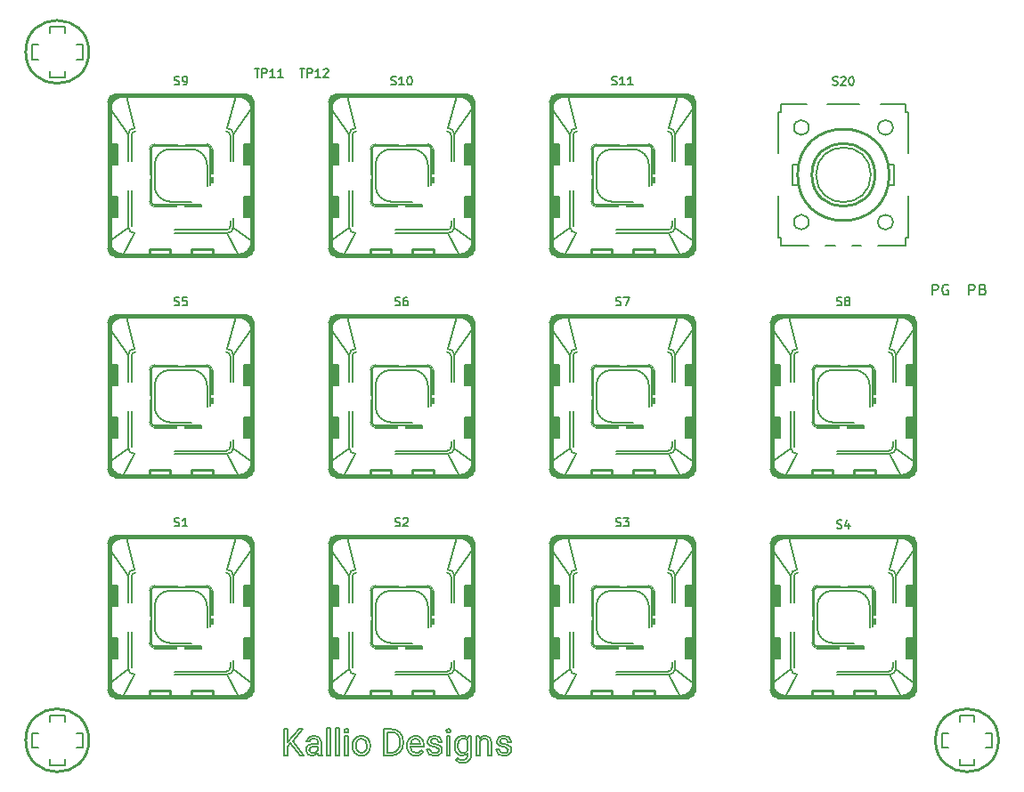
<source format=gto>
G04 #@! TF.GenerationSoftware,KiCad,Pcbnew,7.0.6*
G04 #@! TF.CreationDate,2023-10-20T19:04:06+03:00*
G04 #@! TF.ProjectId,000018 PGKB,30303030-3138-4205-9047-4b422e6b6963,1.0*
G04 #@! TF.SameCoordinates,Original*
G04 #@! TF.FileFunction,Legend,Top*
G04 #@! TF.FilePolarity,Positive*
%FSLAX46Y46*%
G04 Gerber Fmt 4.6, Leading zero omitted, Abs format (unit mm)*
G04 Created by KiCad (PCBNEW 7.0.6) date 2023-10-20 19:04:06*
%MOMM*%
%LPD*%
G01*
G04 APERTURE LIST*
%ADD10C,0.150000*%
%ADD11C,0.400000*%
%ADD12C,0.100000*%
%ADD13C,0.250000*%
%ADD14C,0.300000*%
%ADD15C,0.200000*%
G04 APERTURE END LIST*
D10*
X129336779Y-129869819D02*
X129336779Y-128869819D01*
X129336779Y-128869819D02*
X129717731Y-128869819D01*
X129717731Y-128869819D02*
X129812969Y-128917438D01*
X129812969Y-128917438D02*
X129860588Y-128965057D01*
X129860588Y-128965057D02*
X129908207Y-129060295D01*
X129908207Y-129060295D02*
X129908207Y-129203152D01*
X129908207Y-129203152D02*
X129860588Y-129298390D01*
X129860588Y-129298390D02*
X129812969Y-129346009D01*
X129812969Y-129346009D02*
X129717731Y-129393628D01*
X129717731Y-129393628D02*
X129336779Y-129393628D01*
X130860588Y-128917438D02*
X130765350Y-128869819D01*
X130765350Y-128869819D02*
X130622493Y-128869819D01*
X130622493Y-128869819D02*
X130479636Y-128917438D01*
X130479636Y-128917438D02*
X130384398Y-129012676D01*
X130384398Y-129012676D02*
X130336779Y-129107914D01*
X130336779Y-129107914D02*
X130289160Y-129298390D01*
X130289160Y-129298390D02*
X130289160Y-129441247D01*
X130289160Y-129441247D02*
X130336779Y-129631723D01*
X130336779Y-129631723D02*
X130384398Y-129726961D01*
X130384398Y-129726961D02*
X130479636Y-129822200D01*
X130479636Y-129822200D02*
X130622493Y-129869819D01*
X130622493Y-129869819D02*
X130717731Y-129869819D01*
X130717731Y-129869819D02*
X130860588Y-129822200D01*
X130860588Y-129822200D02*
X130908207Y-129774580D01*
X130908207Y-129774580D02*
X130908207Y-129441247D01*
X130908207Y-129441247D02*
X130717731Y-129441247D01*
X132836779Y-129869819D02*
X132836779Y-128869819D01*
X132836779Y-128869819D02*
X133217731Y-128869819D01*
X133217731Y-128869819D02*
X133312969Y-128917438D01*
X133312969Y-128917438D02*
X133360588Y-128965057D01*
X133360588Y-128965057D02*
X133408207Y-129060295D01*
X133408207Y-129060295D02*
X133408207Y-129203152D01*
X133408207Y-129203152D02*
X133360588Y-129298390D01*
X133360588Y-129298390D02*
X133312969Y-129346009D01*
X133312969Y-129346009D02*
X133217731Y-129393628D01*
X133217731Y-129393628D02*
X132836779Y-129393628D01*
X134170112Y-129346009D02*
X134312969Y-129393628D01*
X134312969Y-129393628D02*
X134360588Y-129441247D01*
X134360588Y-129441247D02*
X134408207Y-129536485D01*
X134408207Y-129536485D02*
X134408207Y-129679342D01*
X134408207Y-129679342D02*
X134360588Y-129774580D01*
X134360588Y-129774580D02*
X134312969Y-129822200D01*
X134312969Y-129822200D02*
X134217731Y-129869819D01*
X134217731Y-129869819D02*
X133836779Y-129869819D01*
X133836779Y-129869819D02*
X133836779Y-128869819D01*
X133836779Y-128869819D02*
X134170112Y-128869819D01*
X134170112Y-128869819D02*
X134265350Y-128917438D01*
X134265350Y-128917438D02*
X134312969Y-128965057D01*
X134312969Y-128965057D02*
X134360588Y-129060295D01*
X134360588Y-129060295D02*
X134360588Y-129155533D01*
X134360588Y-129155533D02*
X134312969Y-129250771D01*
X134312969Y-129250771D02*
X134265350Y-129298390D01*
X134265350Y-129298390D02*
X134170112Y-129346009D01*
X134170112Y-129346009D02*
X133836779Y-129346009D01*
X99290475Y-151856200D02*
X99404761Y-151894295D01*
X99404761Y-151894295D02*
X99595237Y-151894295D01*
X99595237Y-151894295D02*
X99671428Y-151856200D01*
X99671428Y-151856200D02*
X99709523Y-151818104D01*
X99709523Y-151818104D02*
X99747618Y-151741914D01*
X99747618Y-151741914D02*
X99747618Y-151665723D01*
X99747618Y-151665723D02*
X99709523Y-151589533D01*
X99709523Y-151589533D02*
X99671428Y-151551438D01*
X99671428Y-151551438D02*
X99595237Y-151513342D01*
X99595237Y-151513342D02*
X99442856Y-151475247D01*
X99442856Y-151475247D02*
X99366666Y-151437152D01*
X99366666Y-151437152D02*
X99328571Y-151399057D01*
X99328571Y-151399057D02*
X99290475Y-151322866D01*
X99290475Y-151322866D02*
X99290475Y-151246676D01*
X99290475Y-151246676D02*
X99328571Y-151170485D01*
X99328571Y-151170485D02*
X99366666Y-151132390D01*
X99366666Y-151132390D02*
X99442856Y-151094295D01*
X99442856Y-151094295D02*
X99633333Y-151094295D01*
X99633333Y-151094295D02*
X99747618Y-151132390D01*
X100014285Y-151094295D02*
X100509523Y-151094295D01*
X100509523Y-151094295D02*
X100242857Y-151399057D01*
X100242857Y-151399057D02*
X100357142Y-151399057D01*
X100357142Y-151399057D02*
X100433333Y-151437152D01*
X100433333Y-151437152D02*
X100471428Y-151475247D01*
X100471428Y-151475247D02*
X100509523Y-151551438D01*
X100509523Y-151551438D02*
X100509523Y-151741914D01*
X100509523Y-151741914D02*
X100471428Y-151818104D01*
X100471428Y-151818104D02*
X100433333Y-151856200D01*
X100433333Y-151856200D02*
X100357142Y-151894295D01*
X100357142Y-151894295D02*
X100128571Y-151894295D01*
X100128571Y-151894295D02*
X100052380Y-151856200D01*
X100052380Y-151856200D02*
X100014285Y-151818104D01*
X99290475Y-130856200D02*
X99404761Y-130894295D01*
X99404761Y-130894295D02*
X99595237Y-130894295D01*
X99595237Y-130894295D02*
X99671428Y-130856200D01*
X99671428Y-130856200D02*
X99709523Y-130818104D01*
X99709523Y-130818104D02*
X99747618Y-130741914D01*
X99747618Y-130741914D02*
X99747618Y-130665723D01*
X99747618Y-130665723D02*
X99709523Y-130589533D01*
X99709523Y-130589533D02*
X99671428Y-130551438D01*
X99671428Y-130551438D02*
X99595237Y-130513342D01*
X99595237Y-130513342D02*
X99442856Y-130475247D01*
X99442856Y-130475247D02*
X99366666Y-130437152D01*
X99366666Y-130437152D02*
X99328571Y-130399057D01*
X99328571Y-130399057D02*
X99290475Y-130322866D01*
X99290475Y-130322866D02*
X99290475Y-130246676D01*
X99290475Y-130246676D02*
X99328571Y-130170485D01*
X99328571Y-130170485D02*
X99366666Y-130132390D01*
X99366666Y-130132390D02*
X99442856Y-130094295D01*
X99442856Y-130094295D02*
X99633333Y-130094295D01*
X99633333Y-130094295D02*
X99747618Y-130132390D01*
X100014285Y-130094295D02*
X100547619Y-130094295D01*
X100547619Y-130094295D02*
X100204761Y-130894295D01*
X57290475Y-130856200D02*
X57404761Y-130894295D01*
X57404761Y-130894295D02*
X57595237Y-130894295D01*
X57595237Y-130894295D02*
X57671428Y-130856200D01*
X57671428Y-130856200D02*
X57709523Y-130818104D01*
X57709523Y-130818104D02*
X57747618Y-130741914D01*
X57747618Y-130741914D02*
X57747618Y-130665723D01*
X57747618Y-130665723D02*
X57709523Y-130589533D01*
X57709523Y-130589533D02*
X57671428Y-130551438D01*
X57671428Y-130551438D02*
X57595237Y-130513342D01*
X57595237Y-130513342D02*
X57442856Y-130475247D01*
X57442856Y-130475247D02*
X57366666Y-130437152D01*
X57366666Y-130437152D02*
X57328571Y-130399057D01*
X57328571Y-130399057D02*
X57290475Y-130322866D01*
X57290475Y-130322866D02*
X57290475Y-130246676D01*
X57290475Y-130246676D02*
X57328571Y-130170485D01*
X57328571Y-130170485D02*
X57366666Y-130132390D01*
X57366666Y-130132390D02*
X57442856Y-130094295D01*
X57442856Y-130094295D02*
X57633333Y-130094295D01*
X57633333Y-130094295D02*
X57747618Y-130132390D01*
X58471428Y-130094295D02*
X58090476Y-130094295D01*
X58090476Y-130094295D02*
X58052380Y-130475247D01*
X58052380Y-130475247D02*
X58090476Y-130437152D01*
X58090476Y-130437152D02*
X58166666Y-130399057D01*
X58166666Y-130399057D02*
X58357142Y-130399057D01*
X58357142Y-130399057D02*
X58433333Y-130437152D01*
X58433333Y-130437152D02*
X58471428Y-130475247D01*
X58471428Y-130475247D02*
X58509523Y-130551438D01*
X58509523Y-130551438D02*
X58509523Y-130741914D01*
X58509523Y-130741914D02*
X58471428Y-130818104D01*
X58471428Y-130818104D02*
X58433333Y-130856200D01*
X58433333Y-130856200D02*
X58357142Y-130894295D01*
X58357142Y-130894295D02*
X58166666Y-130894295D01*
X58166666Y-130894295D02*
X58090476Y-130856200D01*
X58090476Y-130856200D02*
X58052380Y-130818104D01*
X57290475Y-151856200D02*
X57404761Y-151894295D01*
X57404761Y-151894295D02*
X57595237Y-151894295D01*
X57595237Y-151894295D02*
X57671428Y-151856200D01*
X57671428Y-151856200D02*
X57709523Y-151818104D01*
X57709523Y-151818104D02*
X57747618Y-151741914D01*
X57747618Y-151741914D02*
X57747618Y-151665723D01*
X57747618Y-151665723D02*
X57709523Y-151589533D01*
X57709523Y-151589533D02*
X57671428Y-151551438D01*
X57671428Y-151551438D02*
X57595237Y-151513342D01*
X57595237Y-151513342D02*
X57442856Y-151475247D01*
X57442856Y-151475247D02*
X57366666Y-151437152D01*
X57366666Y-151437152D02*
X57328571Y-151399057D01*
X57328571Y-151399057D02*
X57290475Y-151322866D01*
X57290475Y-151322866D02*
X57290475Y-151246676D01*
X57290475Y-151246676D02*
X57328571Y-151170485D01*
X57328571Y-151170485D02*
X57366666Y-151132390D01*
X57366666Y-151132390D02*
X57442856Y-151094295D01*
X57442856Y-151094295D02*
X57633333Y-151094295D01*
X57633333Y-151094295D02*
X57747618Y-151132390D01*
X58509523Y-151894295D02*
X58052380Y-151894295D01*
X58280952Y-151894295D02*
X58280952Y-151094295D01*
X58280952Y-151094295D02*
X58204761Y-151208580D01*
X58204761Y-151208580D02*
X58128571Y-151284771D01*
X58128571Y-151284771D02*
X58052380Y-151322866D01*
X77909523Y-109856200D02*
X78023809Y-109894295D01*
X78023809Y-109894295D02*
X78214285Y-109894295D01*
X78214285Y-109894295D02*
X78290476Y-109856200D01*
X78290476Y-109856200D02*
X78328571Y-109818104D01*
X78328571Y-109818104D02*
X78366666Y-109741914D01*
X78366666Y-109741914D02*
X78366666Y-109665723D01*
X78366666Y-109665723D02*
X78328571Y-109589533D01*
X78328571Y-109589533D02*
X78290476Y-109551438D01*
X78290476Y-109551438D02*
X78214285Y-109513342D01*
X78214285Y-109513342D02*
X78061904Y-109475247D01*
X78061904Y-109475247D02*
X77985714Y-109437152D01*
X77985714Y-109437152D02*
X77947619Y-109399057D01*
X77947619Y-109399057D02*
X77909523Y-109322866D01*
X77909523Y-109322866D02*
X77909523Y-109246676D01*
X77909523Y-109246676D02*
X77947619Y-109170485D01*
X77947619Y-109170485D02*
X77985714Y-109132390D01*
X77985714Y-109132390D02*
X78061904Y-109094295D01*
X78061904Y-109094295D02*
X78252381Y-109094295D01*
X78252381Y-109094295D02*
X78366666Y-109132390D01*
X79128571Y-109894295D02*
X78671428Y-109894295D01*
X78900000Y-109894295D02*
X78900000Y-109094295D01*
X78900000Y-109094295D02*
X78823809Y-109208580D01*
X78823809Y-109208580D02*
X78747619Y-109284771D01*
X78747619Y-109284771D02*
X78671428Y-109322866D01*
X79623810Y-109094295D02*
X79700000Y-109094295D01*
X79700000Y-109094295D02*
X79776191Y-109132390D01*
X79776191Y-109132390D02*
X79814286Y-109170485D01*
X79814286Y-109170485D02*
X79852381Y-109246676D01*
X79852381Y-109246676D02*
X79890476Y-109399057D01*
X79890476Y-109399057D02*
X79890476Y-109589533D01*
X79890476Y-109589533D02*
X79852381Y-109741914D01*
X79852381Y-109741914D02*
X79814286Y-109818104D01*
X79814286Y-109818104D02*
X79776191Y-109856200D01*
X79776191Y-109856200D02*
X79700000Y-109894295D01*
X79700000Y-109894295D02*
X79623810Y-109894295D01*
X79623810Y-109894295D02*
X79547619Y-109856200D01*
X79547619Y-109856200D02*
X79509524Y-109818104D01*
X79509524Y-109818104D02*
X79471429Y-109741914D01*
X79471429Y-109741914D02*
X79433333Y-109589533D01*
X79433333Y-109589533D02*
X79433333Y-109399057D01*
X79433333Y-109399057D02*
X79471429Y-109246676D01*
X79471429Y-109246676D02*
X79509524Y-109170485D01*
X79509524Y-109170485D02*
X79547619Y-109132390D01*
X79547619Y-109132390D02*
X79623810Y-109094295D01*
X120290475Y-152056200D02*
X120404761Y-152094295D01*
X120404761Y-152094295D02*
X120595237Y-152094295D01*
X120595237Y-152094295D02*
X120671428Y-152056200D01*
X120671428Y-152056200D02*
X120709523Y-152018104D01*
X120709523Y-152018104D02*
X120747618Y-151941914D01*
X120747618Y-151941914D02*
X120747618Y-151865723D01*
X120747618Y-151865723D02*
X120709523Y-151789533D01*
X120709523Y-151789533D02*
X120671428Y-151751438D01*
X120671428Y-151751438D02*
X120595237Y-151713342D01*
X120595237Y-151713342D02*
X120442856Y-151675247D01*
X120442856Y-151675247D02*
X120366666Y-151637152D01*
X120366666Y-151637152D02*
X120328571Y-151599057D01*
X120328571Y-151599057D02*
X120290475Y-151522866D01*
X120290475Y-151522866D02*
X120290475Y-151446676D01*
X120290475Y-151446676D02*
X120328571Y-151370485D01*
X120328571Y-151370485D02*
X120366666Y-151332390D01*
X120366666Y-151332390D02*
X120442856Y-151294295D01*
X120442856Y-151294295D02*
X120633333Y-151294295D01*
X120633333Y-151294295D02*
X120747618Y-151332390D01*
X121433333Y-151560961D02*
X121433333Y-152094295D01*
X121242857Y-151256200D02*
X121052380Y-151827628D01*
X121052380Y-151827628D02*
X121547619Y-151827628D01*
X98909523Y-109856200D02*
X99023809Y-109894295D01*
X99023809Y-109894295D02*
X99214285Y-109894295D01*
X99214285Y-109894295D02*
X99290476Y-109856200D01*
X99290476Y-109856200D02*
X99328571Y-109818104D01*
X99328571Y-109818104D02*
X99366666Y-109741914D01*
X99366666Y-109741914D02*
X99366666Y-109665723D01*
X99366666Y-109665723D02*
X99328571Y-109589533D01*
X99328571Y-109589533D02*
X99290476Y-109551438D01*
X99290476Y-109551438D02*
X99214285Y-109513342D01*
X99214285Y-109513342D02*
X99061904Y-109475247D01*
X99061904Y-109475247D02*
X98985714Y-109437152D01*
X98985714Y-109437152D02*
X98947619Y-109399057D01*
X98947619Y-109399057D02*
X98909523Y-109322866D01*
X98909523Y-109322866D02*
X98909523Y-109246676D01*
X98909523Y-109246676D02*
X98947619Y-109170485D01*
X98947619Y-109170485D02*
X98985714Y-109132390D01*
X98985714Y-109132390D02*
X99061904Y-109094295D01*
X99061904Y-109094295D02*
X99252381Y-109094295D01*
X99252381Y-109094295D02*
X99366666Y-109132390D01*
X100128571Y-109894295D02*
X99671428Y-109894295D01*
X99900000Y-109894295D02*
X99900000Y-109094295D01*
X99900000Y-109094295D02*
X99823809Y-109208580D01*
X99823809Y-109208580D02*
X99747619Y-109284771D01*
X99747619Y-109284771D02*
X99671428Y-109322866D01*
X100890476Y-109894295D02*
X100433333Y-109894295D01*
X100661905Y-109894295D02*
X100661905Y-109094295D01*
X100661905Y-109094295D02*
X100585714Y-109208580D01*
X100585714Y-109208580D02*
X100509524Y-109284771D01*
X100509524Y-109284771D02*
X100433333Y-109322866D01*
X78290475Y-130856200D02*
X78404761Y-130894295D01*
X78404761Y-130894295D02*
X78595237Y-130894295D01*
X78595237Y-130894295D02*
X78671428Y-130856200D01*
X78671428Y-130856200D02*
X78709523Y-130818104D01*
X78709523Y-130818104D02*
X78747618Y-130741914D01*
X78747618Y-130741914D02*
X78747618Y-130665723D01*
X78747618Y-130665723D02*
X78709523Y-130589533D01*
X78709523Y-130589533D02*
X78671428Y-130551438D01*
X78671428Y-130551438D02*
X78595237Y-130513342D01*
X78595237Y-130513342D02*
X78442856Y-130475247D01*
X78442856Y-130475247D02*
X78366666Y-130437152D01*
X78366666Y-130437152D02*
X78328571Y-130399057D01*
X78328571Y-130399057D02*
X78290475Y-130322866D01*
X78290475Y-130322866D02*
X78290475Y-130246676D01*
X78290475Y-130246676D02*
X78328571Y-130170485D01*
X78328571Y-130170485D02*
X78366666Y-130132390D01*
X78366666Y-130132390D02*
X78442856Y-130094295D01*
X78442856Y-130094295D02*
X78633333Y-130094295D01*
X78633333Y-130094295D02*
X78747618Y-130132390D01*
X79433333Y-130094295D02*
X79280952Y-130094295D01*
X79280952Y-130094295D02*
X79204761Y-130132390D01*
X79204761Y-130132390D02*
X79166666Y-130170485D01*
X79166666Y-130170485D02*
X79090476Y-130284771D01*
X79090476Y-130284771D02*
X79052380Y-130437152D01*
X79052380Y-130437152D02*
X79052380Y-130741914D01*
X79052380Y-130741914D02*
X79090476Y-130818104D01*
X79090476Y-130818104D02*
X79128571Y-130856200D01*
X79128571Y-130856200D02*
X79204761Y-130894295D01*
X79204761Y-130894295D02*
X79357142Y-130894295D01*
X79357142Y-130894295D02*
X79433333Y-130856200D01*
X79433333Y-130856200D02*
X79471428Y-130818104D01*
X79471428Y-130818104D02*
X79509523Y-130741914D01*
X79509523Y-130741914D02*
X79509523Y-130551438D01*
X79509523Y-130551438D02*
X79471428Y-130475247D01*
X79471428Y-130475247D02*
X79433333Y-130437152D01*
X79433333Y-130437152D02*
X79357142Y-130399057D01*
X79357142Y-130399057D02*
X79204761Y-130399057D01*
X79204761Y-130399057D02*
X79128571Y-130437152D01*
X79128571Y-130437152D02*
X79090476Y-130475247D01*
X79090476Y-130475247D02*
X79052380Y-130551438D01*
X120290475Y-130856200D02*
X120404761Y-130894295D01*
X120404761Y-130894295D02*
X120595237Y-130894295D01*
X120595237Y-130894295D02*
X120671428Y-130856200D01*
X120671428Y-130856200D02*
X120709523Y-130818104D01*
X120709523Y-130818104D02*
X120747618Y-130741914D01*
X120747618Y-130741914D02*
X120747618Y-130665723D01*
X120747618Y-130665723D02*
X120709523Y-130589533D01*
X120709523Y-130589533D02*
X120671428Y-130551438D01*
X120671428Y-130551438D02*
X120595237Y-130513342D01*
X120595237Y-130513342D02*
X120442856Y-130475247D01*
X120442856Y-130475247D02*
X120366666Y-130437152D01*
X120366666Y-130437152D02*
X120328571Y-130399057D01*
X120328571Y-130399057D02*
X120290475Y-130322866D01*
X120290475Y-130322866D02*
X120290475Y-130246676D01*
X120290475Y-130246676D02*
X120328571Y-130170485D01*
X120328571Y-130170485D02*
X120366666Y-130132390D01*
X120366666Y-130132390D02*
X120442856Y-130094295D01*
X120442856Y-130094295D02*
X120633333Y-130094295D01*
X120633333Y-130094295D02*
X120747618Y-130132390D01*
X121204761Y-130437152D02*
X121128571Y-130399057D01*
X121128571Y-130399057D02*
X121090476Y-130360961D01*
X121090476Y-130360961D02*
X121052380Y-130284771D01*
X121052380Y-130284771D02*
X121052380Y-130246676D01*
X121052380Y-130246676D02*
X121090476Y-130170485D01*
X121090476Y-130170485D02*
X121128571Y-130132390D01*
X121128571Y-130132390D02*
X121204761Y-130094295D01*
X121204761Y-130094295D02*
X121357142Y-130094295D01*
X121357142Y-130094295D02*
X121433333Y-130132390D01*
X121433333Y-130132390D02*
X121471428Y-130170485D01*
X121471428Y-130170485D02*
X121509523Y-130246676D01*
X121509523Y-130246676D02*
X121509523Y-130284771D01*
X121509523Y-130284771D02*
X121471428Y-130360961D01*
X121471428Y-130360961D02*
X121433333Y-130399057D01*
X121433333Y-130399057D02*
X121357142Y-130437152D01*
X121357142Y-130437152D02*
X121204761Y-130437152D01*
X121204761Y-130437152D02*
X121128571Y-130475247D01*
X121128571Y-130475247D02*
X121090476Y-130513342D01*
X121090476Y-130513342D02*
X121052380Y-130589533D01*
X121052380Y-130589533D02*
X121052380Y-130741914D01*
X121052380Y-130741914D02*
X121090476Y-130818104D01*
X121090476Y-130818104D02*
X121128571Y-130856200D01*
X121128571Y-130856200D02*
X121204761Y-130894295D01*
X121204761Y-130894295D02*
X121357142Y-130894295D01*
X121357142Y-130894295D02*
X121433333Y-130856200D01*
X121433333Y-130856200D02*
X121471428Y-130818104D01*
X121471428Y-130818104D02*
X121509523Y-130741914D01*
X121509523Y-130741914D02*
X121509523Y-130589533D01*
X121509523Y-130589533D02*
X121471428Y-130513342D01*
X121471428Y-130513342D02*
X121433333Y-130475247D01*
X121433333Y-130475247D02*
X121357142Y-130437152D01*
X78290475Y-151856200D02*
X78404761Y-151894295D01*
X78404761Y-151894295D02*
X78595237Y-151894295D01*
X78595237Y-151894295D02*
X78671428Y-151856200D01*
X78671428Y-151856200D02*
X78709523Y-151818104D01*
X78709523Y-151818104D02*
X78747618Y-151741914D01*
X78747618Y-151741914D02*
X78747618Y-151665723D01*
X78747618Y-151665723D02*
X78709523Y-151589533D01*
X78709523Y-151589533D02*
X78671428Y-151551438D01*
X78671428Y-151551438D02*
X78595237Y-151513342D01*
X78595237Y-151513342D02*
X78442856Y-151475247D01*
X78442856Y-151475247D02*
X78366666Y-151437152D01*
X78366666Y-151437152D02*
X78328571Y-151399057D01*
X78328571Y-151399057D02*
X78290475Y-151322866D01*
X78290475Y-151322866D02*
X78290475Y-151246676D01*
X78290475Y-151246676D02*
X78328571Y-151170485D01*
X78328571Y-151170485D02*
X78366666Y-151132390D01*
X78366666Y-151132390D02*
X78442856Y-151094295D01*
X78442856Y-151094295D02*
X78633333Y-151094295D01*
X78633333Y-151094295D02*
X78747618Y-151132390D01*
X79052380Y-151170485D02*
X79090476Y-151132390D01*
X79090476Y-151132390D02*
X79166666Y-151094295D01*
X79166666Y-151094295D02*
X79357142Y-151094295D01*
X79357142Y-151094295D02*
X79433333Y-151132390D01*
X79433333Y-151132390D02*
X79471428Y-151170485D01*
X79471428Y-151170485D02*
X79509523Y-151246676D01*
X79509523Y-151246676D02*
X79509523Y-151322866D01*
X79509523Y-151322866D02*
X79471428Y-151437152D01*
X79471428Y-151437152D02*
X79014285Y-151894295D01*
X79014285Y-151894295D02*
X79509523Y-151894295D01*
X57290475Y-109856200D02*
X57404761Y-109894295D01*
X57404761Y-109894295D02*
X57595237Y-109894295D01*
X57595237Y-109894295D02*
X57671428Y-109856200D01*
X57671428Y-109856200D02*
X57709523Y-109818104D01*
X57709523Y-109818104D02*
X57747618Y-109741914D01*
X57747618Y-109741914D02*
X57747618Y-109665723D01*
X57747618Y-109665723D02*
X57709523Y-109589533D01*
X57709523Y-109589533D02*
X57671428Y-109551438D01*
X57671428Y-109551438D02*
X57595237Y-109513342D01*
X57595237Y-109513342D02*
X57442856Y-109475247D01*
X57442856Y-109475247D02*
X57366666Y-109437152D01*
X57366666Y-109437152D02*
X57328571Y-109399057D01*
X57328571Y-109399057D02*
X57290475Y-109322866D01*
X57290475Y-109322866D02*
X57290475Y-109246676D01*
X57290475Y-109246676D02*
X57328571Y-109170485D01*
X57328571Y-109170485D02*
X57366666Y-109132390D01*
X57366666Y-109132390D02*
X57442856Y-109094295D01*
X57442856Y-109094295D02*
X57633333Y-109094295D01*
X57633333Y-109094295D02*
X57747618Y-109132390D01*
X58128571Y-109894295D02*
X58280952Y-109894295D01*
X58280952Y-109894295D02*
X58357142Y-109856200D01*
X58357142Y-109856200D02*
X58395238Y-109818104D01*
X58395238Y-109818104D02*
X58471428Y-109703819D01*
X58471428Y-109703819D02*
X58509523Y-109551438D01*
X58509523Y-109551438D02*
X58509523Y-109246676D01*
X58509523Y-109246676D02*
X58471428Y-109170485D01*
X58471428Y-109170485D02*
X58433333Y-109132390D01*
X58433333Y-109132390D02*
X58357142Y-109094295D01*
X58357142Y-109094295D02*
X58204761Y-109094295D01*
X58204761Y-109094295D02*
X58128571Y-109132390D01*
X58128571Y-109132390D02*
X58090476Y-109170485D01*
X58090476Y-109170485D02*
X58052380Y-109246676D01*
X58052380Y-109246676D02*
X58052380Y-109437152D01*
X58052380Y-109437152D02*
X58090476Y-109513342D01*
X58090476Y-109513342D02*
X58128571Y-109551438D01*
X58128571Y-109551438D02*
X58204761Y-109589533D01*
X58204761Y-109589533D02*
X58357142Y-109589533D01*
X58357142Y-109589533D02*
X58433333Y-109551438D01*
X58433333Y-109551438D02*
X58471428Y-109513342D01*
X58471428Y-109513342D02*
X58509523Y-109437152D01*
X119909523Y-109874200D02*
X120023809Y-109912295D01*
X120023809Y-109912295D02*
X120214285Y-109912295D01*
X120214285Y-109912295D02*
X120290476Y-109874200D01*
X120290476Y-109874200D02*
X120328571Y-109836104D01*
X120328571Y-109836104D02*
X120366666Y-109759914D01*
X120366666Y-109759914D02*
X120366666Y-109683723D01*
X120366666Y-109683723D02*
X120328571Y-109607533D01*
X120328571Y-109607533D02*
X120290476Y-109569438D01*
X120290476Y-109569438D02*
X120214285Y-109531342D01*
X120214285Y-109531342D02*
X120061904Y-109493247D01*
X120061904Y-109493247D02*
X119985714Y-109455152D01*
X119985714Y-109455152D02*
X119947619Y-109417057D01*
X119947619Y-109417057D02*
X119909523Y-109340866D01*
X119909523Y-109340866D02*
X119909523Y-109264676D01*
X119909523Y-109264676D02*
X119947619Y-109188485D01*
X119947619Y-109188485D02*
X119985714Y-109150390D01*
X119985714Y-109150390D02*
X120061904Y-109112295D01*
X120061904Y-109112295D02*
X120252381Y-109112295D01*
X120252381Y-109112295D02*
X120366666Y-109150390D01*
X120671428Y-109188485D02*
X120709524Y-109150390D01*
X120709524Y-109150390D02*
X120785714Y-109112295D01*
X120785714Y-109112295D02*
X120976190Y-109112295D01*
X120976190Y-109112295D02*
X121052381Y-109150390D01*
X121052381Y-109150390D02*
X121090476Y-109188485D01*
X121090476Y-109188485D02*
X121128571Y-109264676D01*
X121128571Y-109264676D02*
X121128571Y-109340866D01*
X121128571Y-109340866D02*
X121090476Y-109455152D01*
X121090476Y-109455152D02*
X120633333Y-109912295D01*
X120633333Y-109912295D02*
X121128571Y-109912295D01*
X121623810Y-109112295D02*
X121700000Y-109112295D01*
X121700000Y-109112295D02*
X121776191Y-109150390D01*
X121776191Y-109150390D02*
X121814286Y-109188485D01*
X121814286Y-109188485D02*
X121852381Y-109264676D01*
X121852381Y-109264676D02*
X121890476Y-109417057D01*
X121890476Y-109417057D02*
X121890476Y-109607533D01*
X121890476Y-109607533D02*
X121852381Y-109759914D01*
X121852381Y-109759914D02*
X121814286Y-109836104D01*
X121814286Y-109836104D02*
X121776191Y-109874200D01*
X121776191Y-109874200D02*
X121700000Y-109912295D01*
X121700000Y-109912295D02*
X121623810Y-109912295D01*
X121623810Y-109912295D02*
X121547619Y-109874200D01*
X121547619Y-109874200D02*
X121509524Y-109836104D01*
X121509524Y-109836104D02*
X121471429Y-109759914D01*
X121471429Y-109759914D02*
X121433333Y-109607533D01*
X121433333Y-109607533D02*
X121433333Y-109417057D01*
X121433333Y-109417057D02*
X121471429Y-109264676D01*
X121471429Y-109264676D02*
X121509524Y-109188485D01*
X121509524Y-109188485D02*
X121547619Y-109150390D01*
X121547619Y-109150390D02*
X121623810Y-109112295D01*
X64909523Y-108362295D02*
X65366666Y-108362295D01*
X65138094Y-109162295D02*
X65138094Y-108362295D01*
X65633333Y-109162295D02*
X65633333Y-108362295D01*
X65633333Y-108362295D02*
X65938095Y-108362295D01*
X65938095Y-108362295D02*
X66014285Y-108400390D01*
X66014285Y-108400390D02*
X66052380Y-108438485D01*
X66052380Y-108438485D02*
X66090476Y-108514676D01*
X66090476Y-108514676D02*
X66090476Y-108628961D01*
X66090476Y-108628961D02*
X66052380Y-108705152D01*
X66052380Y-108705152D02*
X66014285Y-108743247D01*
X66014285Y-108743247D02*
X65938095Y-108781342D01*
X65938095Y-108781342D02*
X65633333Y-108781342D01*
X66852380Y-109162295D02*
X66395237Y-109162295D01*
X66623809Y-109162295D02*
X66623809Y-108362295D01*
X66623809Y-108362295D02*
X66547618Y-108476580D01*
X66547618Y-108476580D02*
X66471428Y-108552771D01*
X66471428Y-108552771D02*
X66395237Y-108590866D01*
X67614285Y-109162295D02*
X67157142Y-109162295D01*
X67385714Y-109162295D02*
X67385714Y-108362295D01*
X67385714Y-108362295D02*
X67309523Y-108476580D01*
X67309523Y-108476580D02*
X67233333Y-108552771D01*
X67233333Y-108552771D02*
X67157142Y-108590866D01*
X69209523Y-108362295D02*
X69666666Y-108362295D01*
X69438094Y-109162295D02*
X69438094Y-108362295D01*
X69933333Y-109162295D02*
X69933333Y-108362295D01*
X69933333Y-108362295D02*
X70238095Y-108362295D01*
X70238095Y-108362295D02*
X70314285Y-108400390D01*
X70314285Y-108400390D02*
X70352380Y-108438485D01*
X70352380Y-108438485D02*
X70390476Y-108514676D01*
X70390476Y-108514676D02*
X70390476Y-108628961D01*
X70390476Y-108628961D02*
X70352380Y-108705152D01*
X70352380Y-108705152D02*
X70314285Y-108743247D01*
X70314285Y-108743247D02*
X70238095Y-108781342D01*
X70238095Y-108781342D02*
X69933333Y-108781342D01*
X71152380Y-109162295D02*
X70695237Y-109162295D01*
X70923809Y-109162295D02*
X70923809Y-108362295D01*
X70923809Y-108362295D02*
X70847618Y-108476580D01*
X70847618Y-108476580D02*
X70771428Y-108552771D01*
X70771428Y-108552771D02*
X70695237Y-108590866D01*
X71457142Y-108438485D02*
X71495238Y-108400390D01*
X71495238Y-108400390D02*
X71571428Y-108362295D01*
X71571428Y-108362295D02*
X71761904Y-108362295D01*
X71761904Y-108362295D02*
X71838095Y-108400390D01*
X71838095Y-108400390D02*
X71876190Y-108438485D01*
X71876190Y-108438485D02*
X71914285Y-108514676D01*
X71914285Y-108514676D02*
X71914285Y-108590866D01*
X71914285Y-108590866D02*
X71876190Y-108705152D01*
X71876190Y-108705152D02*
X71419047Y-109162295D01*
X71419047Y-109162295D02*
X71914285Y-109162295D01*
D11*
G04 #@! TO.C,S3*
X93700000Y-152900000D02*
X106100000Y-152900000D01*
X106700000Y-153500000D02*
X106700000Y-167500000D01*
D10*
X104300000Y-156000000D02*
X105100000Y-152950000D01*
X95500000Y-156000000D02*
X94700000Y-152950000D01*
X104900000Y-156600000D02*
X106700000Y-154050000D01*
X94900000Y-156600000D02*
X93100000Y-154050000D01*
X94900000Y-156600000D02*
X94900000Y-159100000D01*
X104600000Y-156700000D02*
X104600000Y-159100000D01*
X95200000Y-156700000D02*
X95200000Y-159100000D01*
D12*
X102400000Y-157500000D02*
X102400000Y-157700000D01*
X97400000Y-157500000D02*
X97400000Y-157700000D01*
D10*
X97400000Y-157700000D02*
X102400000Y-157700000D01*
D12*
X102900000Y-158000000D02*
X102700000Y-158000000D01*
D10*
X102700000Y-158000000D02*
X102700000Y-161400000D01*
X98900000Y-158000000D02*
X100900000Y-158000000D01*
D12*
X96900000Y-158000000D02*
X97100000Y-158000000D01*
D10*
X104900000Y-159100000D02*
X104900000Y-156600000D01*
X102400000Y-159500000D02*
X102400000Y-161500000D01*
X97400000Y-161500000D02*
X97400000Y-159500000D01*
X94900000Y-161900000D02*
X94900000Y-165400000D01*
X100900000Y-163000000D02*
X98900000Y-163000000D01*
X97100000Y-163000000D02*
X97100000Y-158000000D01*
D12*
X96900000Y-163000000D02*
X97100000Y-163000000D01*
D10*
X101800000Y-163300000D02*
X97400000Y-163300000D01*
D12*
X97400000Y-163500000D02*
X97400000Y-163300000D01*
D10*
X104600000Y-165300000D02*
X104600000Y-164800000D01*
X95200000Y-165300000D02*
X95200000Y-161900000D01*
X104900000Y-165400000D02*
X104900000Y-164600000D01*
X104900000Y-165500000D02*
X106700000Y-166800000D01*
X94900000Y-165500000D02*
X93100000Y-166800000D01*
X104200000Y-165700000D02*
X99300000Y-165700000D01*
X104300000Y-166000000D02*
X105400000Y-168100000D01*
X99300000Y-166000000D02*
X104300000Y-166000000D01*
X95500000Y-166000000D02*
X94400000Y-168100000D01*
D11*
X93100000Y-167500000D02*
X93100000Y-153500000D01*
X106100000Y-168100000D02*
X93700000Y-168100000D01*
D12*
X102425400Y-157500000D02*
X100300000Y-157500000D01*
X100300000Y-157500000D02*
X100300000Y-157700000D01*
X100300000Y-157700000D02*
X102425400Y-157700000D01*
X102425400Y-157700000D02*
X102425400Y-157500000D01*
G36*
X102425400Y-157500000D02*
G01*
X100300000Y-157500000D01*
X100300000Y-157700000D01*
X102425400Y-157700000D01*
X102425400Y-157500000D01*
G37*
X99525400Y-157500000D02*
X97400000Y-157500000D01*
X97400000Y-157500000D02*
X97400000Y-157700000D01*
X97400000Y-157700000D02*
X99525400Y-157700000D01*
X99525400Y-157700000D02*
X99525400Y-157500000D01*
G36*
X99525400Y-157500000D02*
G01*
X97400000Y-157500000D01*
X97400000Y-157700000D01*
X99525400Y-157700000D01*
X99525400Y-157500000D01*
G37*
D10*
X93900000Y-157500000D02*
X93100000Y-157500000D01*
X93100000Y-157500000D02*
X93100000Y-159500000D01*
X93100000Y-159500000D02*
X93900000Y-159500000D01*
X93900000Y-159500000D02*
X93900000Y-157500000D01*
G36*
X93900000Y-157500000D02*
G01*
X93100000Y-157500000D01*
X93100000Y-159500000D01*
X93900000Y-159500000D01*
X93900000Y-157500000D01*
G37*
D12*
X102900000Y-158000000D02*
X102700000Y-158000000D01*
X102700000Y-158000000D02*
X102700000Y-160300000D01*
X102700000Y-160300000D02*
X102900000Y-160300000D01*
X102900000Y-160300000D02*
X102900000Y-158000000D01*
G36*
X102900000Y-158000000D02*
G01*
X102700000Y-158000000D01*
X102700000Y-160300000D01*
X102900000Y-160300000D01*
X102900000Y-158000000D01*
G37*
X97100000Y-158000000D02*
X96900000Y-158000000D01*
X96900000Y-158000000D02*
X96900000Y-160400000D01*
X96900000Y-160400000D02*
X97100000Y-160400000D01*
X97100000Y-160400000D02*
X97100000Y-158000000D01*
G36*
X97100000Y-158000000D02*
G01*
X96900000Y-158000000D01*
X96900000Y-160400000D01*
X97100000Y-160400000D01*
X97100000Y-158000000D01*
G37*
D10*
X105900000Y-159500000D02*
X106700000Y-159500000D01*
X106700000Y-159500000D02*
X106700000Y-157500000D01*
X106700000Y-157500000D02*
X105900000Y-157500000D01*
X105900000Y-157500000D02*
X105900000Y-159500000D01*
G36*
X105900000Y-159500000D02*
G01*
X106700000Y-159500000D01*
X106700000Y-157500000D01*
X105900000Y-157500000D01*
X105900000Y-159500000D01*
G37*
D12*
X102900000Y-160700000D02*
X102700000Y-160700000D01*
X102700000Y-160700000D02*
X102700000Y-161200000D01*
X102700000Y-161200000D02*
X102900000Y-161200000D01*
X102900000Y-161200000D02*
X102900000Y-160700000D01*
G36*
X102900000Y-160700000D02*
G01*
X102700000Y-160700000D01*
X102700000Y-161200000D01*
X102900000Y-161200000D01*
X102900000Y-160700000D01*
G37*
X97100000Y-160800000D02*
X96900000Y-160800000D01*
X96900000Y-160800000D02*
X96900000Y-163000000D01*
X96900000Y-163000000D02*
X97100000Y-163000000D01*
X97100000Y-163000000D02*
X97100000Y-160800000D01*
G36*
X97100000Y-160800000D02*
G01*
X96900000Y-160800000D01*
X96900000Y-163000000D01*
X97100000Y-163000000D01*
X97100000Y-160800000D01*
G37*
D10*
X93900000Y-162500000D02*
X93100000Y-162500000D01*
X93100000Y-162500000D02*
X93100000Y-164500000D01*
X93100000Y-164500000D02*
X93900000Y-164500000D01*
X93900000Y-164500000D02*
X93900000Y-162500000D01*
G36*
X93900000Y-162500000D02*
G01*
X93100000Y-162500000D01*
X93100000Y-164500000D01*
X93900000Y-164500000D01*
X93900000Y-162500000D01*
G37*
D12*
X101862700Y-163300000D02*
X100237300Y-163300000D01*
X100237300Y-163300000D02*
X100237300Y-163500000D01*
X100237300Y-163500000D02*
X101862700Y-163500000D01*
X101862700Y-163500000D02*
X101862700Y-163300000D01*
G36*
X101862700Y-163300000D02*
G01*
X100237300Y-163300000D01*
X100237300Y-163500000D01*
X101862700Y-163500000D01*
X101862700Y-163300000D01*
G37*
X99462700Y-163300000D02*
X97337300Y-163300000D01*
X97337300Y-163300000D02*
X97337300Y-163500000D01*
X97337300Y-163500000D02*
X99462700Y-163500000D01*
X99462700Y-163500000D02*
X99462700Y-163300000D01*
G36*
X99462700Y-163300000D02*
G01*
X97337300Y-163300000D01*
X97337300Y-163500000D01*
X99462700Y-163500000D01*
X99462700Y-163300000D01*
G37*
D10*
X105900000Y-164500000D02*
X106700000Y-164500000D01*
X106700000Y-164500000D02*
X106700000Y-162500000D01*
X106700000Y-162500000D02*
X105900000Y-162500000D01*
X105900000Y-162500000D02*
X105900000Y-164500000D01*
G36*
X105900000Y-164500000D02*
G01*
X106700000Y-164500000D01*
X106700000Y-162500000D01*
X105900000Y-162500000D01*
X105900000Y-164500000D01*
G37*
D13*
X102900000Y-167500000D02*
X100900000Y-167500000D01*
X100900000Y-167500000D02*
X100900000Y-168000000D01*
X100900000Y-168000000D02*
X102900000Y-168000000D01*
X102900000Y-168000000D02*
X102900000Y-167500000D01*
X98900000Y-167500000D02*
X96900000Y-167500000D01*
X96900000Y-167500000D02*
X96900000Y-168000000D01*
X96900000Y-168000000D02*
X98900000Y-168000000D01*
X98900000Y-168000000D02*
X98900000Y-167500000D01*
D11*
X106700000Y-153500000D02*
G75*
G03*
X106100000Y-152900000I-600000J0D01*
G01*
D14*
X106702897Y-154058518D02*
G75*
G03*
X105100000Y-152950001I-1355923J-247503D01*
G01*
D11*
X93700000Y-152900000D02*
G75*
G03*
X93100000Y-153500000I0J-600000D01*
G01*
D14*
X94700000Y-152950002D02*
G75*
G03*
X93097103Y-154058518I-246972J-1356023D01*
G01*
D10*
X104900000Y-156600000D02*
G75*
G03*
X104300000Y-156000000I-600000J0D01*
G01*
X104600000Y-156700000D02*
G75*
G03*
X104200000Y-156300000I-399999J1D01*
G01*
X95500000Y-156000000D02*
G75*
G03*
X94900000Y-156600000I0J-600000D01*
G01*
X95600000Y-156300000D02*
G75*
G03*
X95200000Y-156700000I-1J-399999D01*
G01*
D12*
X102900000Y-158000000D02*
G75*
G03*
X102400000Y-157500000I-499998J2D01*
G01*
X102800000Y-158000000D02*
G75*
G03*
X102400000Y-157600000I-400002J-2D01*
G01*
D10*
X102700000Y-158000000D02*
G75*
G03*
X102400000Y-157700000I-300000J0D01*
G01*
X102400000Y-159500000D02*
G75*
G03*
X100900000Y-158000000I-1500001J-1D01*
G01*
X97400000Y-157700000D02*
G75*
G03*
X97100000Y-158000000I0J-300000D01*
G01*
D12*
X97400000Y-157600000D02*
G75*
G03*
X97000000Y-158000000I-1J-399999D01*
G01*
X97400000Y-157500000D02*
G75*
G03*
X96900000Y-158000000I-2J-499998D01*
G01*
D10*
X98900000Y-158000000D02*
G75*
G03*
X97400000Y-159500000I1J-1500001D01*
G01*
X97400000Y-161500000D02*
G75*
G03*
X98900000Y-163000000I1500000J0D01*
G01*
X97100000Y-163000000D02*
G75*
G03*
X97400000Y-163300000I300000J0D01*
G01*
D12*
X97000000Y-163000000D02*
G75*
G03*
X97400000Y-163400000I400000J0D01*
G01*
X96900000Y-163000000D02*
G75*
G03*
X97400000Y-163500000I500000J0D01*
G01*
D10*
X104200000Y-165699998D02*
G75*
G03*
X104600384Y-165317157I17200J382798D01*
G01*
X104300000Y-166000000D02*
G75*
G03*
X104900000Y-165400000I0J600000D01*
G01*
X94900000Y-165400000D02*
G75*
G03*
X95500000Y-166000000I600000J0D01*
G01*
D14*
X105400001Y-168100000D02*
G75*
G03*
X106700000Y-166800000I-1J1300000D01*
G01*
D11*
X106100000Y-168100000D02*
G75*
G03*
X106700000Y-167500000I0J600000D01*
G01*
D14*
X93100001Y-166800000D02*
G75*
G03*
X94399999Y-168099999I1299999J0D01*
G01*
D11*
X93100000Y-167500000D02*
G75*
G03*
X93700000Y-168100000I600000J0D01*
G01*
G04 #@! TO.C,S7*
X93700000Y-131900000D02*
X106100000Y-131900000D01*
X106700000Y-132500000D02*
X106700000Y-146500000D01*
D10*
X104300000Y-135000000D02*
X105100000Y-131950000D01*
X95500000Y-135000000D02*
X94700000Y-131950000D01*
X104900000Y-135600000D02*
X106700000Y-133050000D01*
X94900000Y-135600000D02*
X93100000Y-133050000D01*
X94900000Y-135600000D02*
X94900000Y-138100000D01*
X104600000Y-135700000D02*
X104600000Y-138100000D01*
X95200000Y-135700000D02*
X95200000Y-138100000D01*
D12*
X102400000Y-136500000D02*
X102400000Y-136700000D01*
X97400000Y-136500000D02*
X97400000Y-136700000D01*
D10*
X97400000Y-136700000D02*
X102400000Y-136700000D01*
D12*
X102900000Y-137000000D02*
X102700000Y-137000000D01*
D10*
X102700000Y-137000000D02*
X102700000Y-140400000D01*
X98900000Y-137000000D02*
X100900000Y-137000000D01*
D12*
X96900000Y-137000000D02*
X97100000Y-137000000D01*
D10*
X104900000Y-138100000D02*
X104900000Y-135600000D01*
X102400000Y-138500000D02*
X102400000Y-140500000D01*
X97400000Y-140500000D02*
X97400000Y-138500000D01*
X94900000Y-140900000D02*
X94900000Y-144400000D01*
X100900000Y-142000000D02*
X98900000Y-142000000D01*
X97100000Y-142000000D02*
X97100000Y-137000000D01*
D12*
X96900000Y-142000000D02*
X97100000Y-142000000D01*
D10*
X101800000Y-142300000D02*
X97400000Y-142300000D01*
D12*
X97400000Y-142500000D02*
X97400000Y-142300000D01*
D10*
X104600000Y-144300000D02*
X104600000Y-143800000D01*
X95200000Y-144300000D02*
X95200000Y-140900000D01*
X104900000Y-144400000D02*
X104900000Y-143600000D01*
X104900000Y-144500000D02*
X106700000Y-145800000D01*
X94900000Y-144500000D02*
X93100000Y-145800000D01*
X104200000Y-144700000D02*
X99300000Y-144700000D01*
X104300000Y-145000000D02*
X105400000Y-147100000D01*
X99300000Y-145000000D02*
X104300000Y-145000000D01*
X95500000Y-145000000D02*
X94400000Y-147100000D01*
D11*
X93100000Y-146500000D02*
X93100000Y-132500000D01*
X106100000Y-147100000D02*
X93700000Y-147100000D01*
D12*
X102425400Y-136500000D02*
X100300000Y-136500000D01*
X100300000Y-136500000D02*
X100300000Y-136700000D01*
X100300000Y-136700000D02*
X102425400Y-136700000D01*
X102425400Y-136700000D02*
X102425400Y-136500000D01*
G36*
X102425400Y-136500000D02*
G01*
X100300000Y-136500000D01*
X100300000Y-136700000D01*
X102425400Y-136700000D01*
X102425400Y-136500000D01*
G37*
X99525400Y-136500000D02*
X97400000Y-136500000D01*
X97400000Y-136500000D02*
X97400000Y-136700000D01*
X97400000Y-136700000D02*
X99525400Y-136700000D01*
X99525400Y-136700000D02*
X99525400Y-136500000D01*
G36*
X99525400Y-136500000D02*
G01*
X97400000Y-136500000D01*
X97400000Y-136700000D01*
X99525400Y-136700000D01*
X99525400Y-136500000D01*
G37*
D10*
X93900000Y-136500000D02*
X93100000Y-136500000D01*
X93100000Y-136500000D02*
X93100000Y-138500000D01*
X93100000Y-138500000D02*
X93900000Y-138500000D01*
X93900000Y-138500000D02*
X93900000Y-136500000D01*
G36*
X93900000Y-136500000D02*
G01*
X93100000Y-136500000D01*
X93100000Y-138500000D01*
X93900000Y-138500000D01*
X93900000Y-136500000D01*
G37*
D12*
X102900000Y-137000000D02*
X102700000Y-137000000D01*
X102700000Y-137000000D02*
X102700000Y-139300000D01*
X102700000Y-139300000D02*
X102900000Y-139300000D01*
X102900000Y-139300000D02*
X102900000Y-137000000D01*
G36*
X102900000Y-137000000D02*
G01*
X102700000Y-137000000D01*
X102700000Y-139300000D01*
X102900000Y-139300000D01*
X102900000Y-137000000D01*
G37*
X97100000Y-137000000D02*
X96900000Y-137000000D01*
X96900000Y-137000000D02*
X96900000Y-139400000D01*
X96900000Y-139400000D02*
X97100000Y-139400000D01*
X97100000Y-139400000D02*
X97100000Y-137000000D01*
G36*
X97100000Y-137000000D02*
G01*
X96900000Y-137000000D01*
X96900000Y-139400000D01*
X97100000Y-139400000D01*
X97100000Y-137000000D01*
G37*
D10*
X105900000Y-138500000D02*
X106700000Y-138500000D01*
X106700000Y-138500000D02*
X106700000Y-136500000D01*
X106700000Y-136500000D02*
X105900000Y-136500000D01*
X105900000Y-136500000D02*
X105900000Y-138500000D01*
G36*
X105900000Y-138500000D02*
G01*
X106700000Y-138500000D01*
X106700000Y-136500000D01*
X105900000Y-136500000D01*
X105900000Y-138500000D01*
G37*
D12*
X102900000Y-139700000D02*
X102700000Y-139700000D01*
X102700000Y-139700000D02*
X102700000Y-140200000D01*
X102700000Y-140200000D02*
X102900000Y-140200000D01*
X102900000Y-140200000D02*
X102900000Y-139700000D01*
G36*
X102900000Y-139700000D02*
G01*
X102700000Y-139700000D01*
X102700000Y-140200000D01*
X102900000Y-140200000D01*
X102900000Y-139700000D01*
G37*
X97100000Y-139800000D02*
X96900000Y-139800000D01*
X96900000Y-139800000D02*
X96900000Y-142000000D01*
X96900000Y-142000000D02*
X97100000Y-142000000D01*
X97100000Y-142000000D02*
X97100000Y-139800000D01*
G36*
X97100000Y-139800000D02*
G01*
X96900000Y-139800000D01*
X96900000Y-142000000D01*
X97100000Y-142000000D01*
X97100000Y-139800000D01*
G37*
D10*
X93900000Y-141500000D02*
X93100000Y-141500000D01*
X93100000Y-141500000D02*
X93100000Y-143500000D01*
X93100000Y-143500000D02*
X93900000Y-143500000D01*
X93900000Y-143500000D02*
X93900000Y-141500000D01*
G36*
X93900000Y-141500000D02*
G01*
X93100000Y-141500000D01*
X93100000Y-143500000D01*
X93900000Y-143500000D01*
X93900000Y-141500000D01*
G37*
D12*
X101862700Y-142300000D02*
X100237300Y-142300000D01*
X100237300Y-142300000D02*
X100237300Y-142500000D01*
X100237300Y-142500000D02*
X101862700Y-142500000D01*
X101862700Y-142500000D02*
X101862700Y-142300000D01*
G36*
X101862700Y-142300000D02*
G01*
X100237300Y-142300000D01*
X100237300Y-142500000D01*
X101862700Y-142500000D01*
X101862700Y-142300000D01*
G37*
X99462700Y-142300000D02*
X97337300Y-142300000D01*
X97337300Y-142300000D02*
X97337300Y-142500000D01*
X97337300Y-142500000D02*
X99462700Y-142500000D01*
X99462700Y-142500000D02*
X99462700Y-142300000D01*
G36*
X99462700Y-142300000D02*
G01*
X97337300Y-142300000D01*
X97337300Y-142500000D01*
X99462700Y-142500000D01*
X99462700Y-142300000D01*
G37*
D10*
X105900000Y-143500000D02*
X106700000Y-143500000D01*
X106700000Y-143500000D02*
X106700000Y-141500000D01*
X106700000Y-141500000D02*
X105900000Y-141500000D01*
X105900000Y-141500000D02*
X105900000Y-143500000D01*
G36*
X105900000Y-143500000D02*
G01*
X106700000Y-143500000D01*
X106700000Y-141500000D01*
X105900000Y-141500000D01*
X105900000Y-143500000D01*
G37*
D13*
X102900000Y-146500000D02*
X100900000Y-146500000D01*
X100900000Y-146500000D02*
X100900000Y-147000000D01*
X100900000Y-147000000D02*
X102900000Y-147000000D01*
X102900000Y-147000000D02*
X102900000Y-146500000D01*
X98900000Y-146500000D02*
X96900000Y-146500000D01*
X96900000Y-146500000D02*
X96900000Y-147000000D01*
X96900000Y-147000000D02*
X98900000Y-147000000D01*
X98900000Y-147000000D02*
X98900000Y-146500000D01*
D11*
X106700000Y-132500000D02*
G75*
G03*
X106100000Y-131900000I-600000J0D01*
G01*
D14*
X106702897Y-133058518D02*
G75*
G03*
X105100000Y-131950001I-1355923J-247503D01*
G01*
D11*
X93700000Y-131900000D02*
G75*
G03*
X93100000Y-132500000I0J-600000D01*
G01*
D14*
X94700000Y-131950002D02*
G75*
G03*
X93097103Y-133058518I-246972J-1356023D01*
G01*
D10*
X104900000Y-135600000D02*
G75*
G03*
X104300000Y-135000000I-600000J0D01*
G01*
X104600000Y-135700000D02*
G75*
G03*
X104200000Y-135300000I-399999J1D01*
G01*
X95500000Y-135000000D02*
G75*
G03*
X94900000Y-135600000I0J-600000D01*
G01*
X95600000Y-135300000D02*
G75*
G03*
X95200000Y-135700000I-1J-399999D01*
G01*
D12*
X102900000Y-137000000D02*
G75*
G03*
X102400000Y-136500000I-499998J2D01*
G01*
X102800000Y-137000000D02*
G75*
G03*
X102400000Y-136600000I-400002J-2D01*
G01*
D10*
X102700000Y-137000000D02*
G75*
G03*
X102400000Y-136700000I-300000J0D01*
G01*
X102400000Y-138500000D02*
G75*
G03*
X100900000Y-137000000I-1500001J-1D01*
G01*
X97400000Y-136700000D02*
G75*
G03*
X97100000Y-137000000I0J-300000D01*
G01*
D12*
X97400000Y-136600000D02*
G75*
G03*
X97000000Y-137000000I-1J-399999D01*
G01*
X97400000Y-136500000D02*
G75*
G03*
X96900000Y-137000000I-2J-499998D01*
G01*
D10*
X98900000Y-137000000D02*
G75*
G03*
X97400000Y-138500000I1J-1500001D01*
G01*
X97400000Y-140500000D02*
G75*
G03*
X98900000Y-142000000I1500000J0D01*
G01*
X97100000Y-142000000D02*
G75*
G03*
X97400000Y-142300000I300000J0D01*
G01*
D12*
X97000000Y-142000000D02*
G75*
G03*
X97400000Y-142400000I400000J0D01*
G01*
X96900000Y-142000000D02*
G75*
G03*
X97400000Y-142500000I500000J0D01*
G01*
D10*
X104200000Y-144699998D02*
G75*
G03*
X104600384Y-144317157I17200J382798D01*
G01*
X104300000Y-145000000D02*
G75*
G03*
X104900000Y-144400000I0J600000D01*
G01*
X94900000Y-144400000D02*
G75*
G03*
X95500000Y-145000000I600000J0D01*
G01*
D14*
X105400001Y-147100000D02*
G75*
G03*
X106700000Y-145800000I-1J1300000D01*
G01*
D11*
X106100000Y-147100000D02*
G75*
G03*
X106700000Y-146500000I0J600000D01*
G01*
D14*
X93100001Y-145800000D02*
G75*
G03*
X94399999Y-147099999I1299999J0D01*
G01*
D11*
X93100000Y-146500000D02*
G75*
G03*
X93700000Y-147100000I600000J0D01*
G01*
G04 #@! TO.C,S5*
X51700000Y-131900000D02*
X64100000Y-131900000D01*
X64700000Y-132500000D02*
X64700000Y-146500000D01*
D10*
X62300000Y-135000000D02*
X63100000Y-131950000D01*
X53500000Y-135000000D02*
X52700000Y-131950000D01*
X62900000Y-135600000D02*
X64700000Y-133050000D01*
X52900000Y-135600000D02*
X51100000Y-133050000D01*
X52900000Y-135600000D02*
X52900000Y-138100000D01*
X62600000Y-135700000D02*
X62600000Y-138100000D01*
X53200000Y-135700000D02*
X53200000Y-138100000D01*
D12*
X60400000Y-136500000D02*
X60400000Y-136700000D01*
X55400000Y-136500000D02*
X55400000Y-136700000D01*
D10*
X55400000Y-136700000D02*
X60400000Y-136700000D01*
D12*
X60900000Y-137000000D02*
X60700000Y-137000000D01*
D10*
X60700000Y-137000000D02*
X60700000Y-140400000D01*
X56900000Y-137000000D02*
X58900000Y-137000000D01*
D12*
X54900000Y-137000000D02*
X55100000Y-137000000D01*
D10*
X62900000Y-138100000D02*
X62900000Y-135600000D01*
X60400000Y-138500000D02*
X60400000Y-140500000D01*
X55400000Y-140500000D02*
X55400000Y-138500000D01*
X52900000Y-140900000D02*
X52900000Y-144400000D01*
X58900000Y-142000000D02*
X56900000Y-142000000D01*
X55100000Y-142000000D02*
X55100000Y-137000000D01*
D12*
X54900000Y-142000000D02*
X55100000Y-142000000D01*
D10*
X59800000Y-142300000D02*
X55400000Y-142300000D01*
D12*
X55400000Y-142500000D02*
X55400000Y-142300000D01*
D10*
X62600000Y-144300000D02*
X62600000Y-143800000D01*
X53200000Y-144300000D02*
X53200000Y-140900000D01*
X62900000Y-144400000D02*
X62900000Y-143600000D01*
X62900000Y-144500000D02*
X64700000Y-145800000D01*
X52900000Y-144500000D02*
X51100000Y-145800000D01*
X62200000Y-144700000D02*
X57300000Y-144700000D01*
X62300000Y-145000000D02*
X63400000Y-147100000D01*
X57300000Y-145000000D02*
X62300000Y-145000000D01*
X53500000Y-145000000D02*
X52400000Y-147100000D01*
D11*
X51100000Y-146500000D02*
X51100000Y-132500000D01*
X64100000Y-147100000D02*
X51700000Y-147100000D01*
D12*
X60425400Y-136500000D02*
X58300000Y-136500000D01*
X58300000Y-136500000D02*
X58300000Y-136700000D01*
X58300000Y-136700000D02*
X60425400Y-136700000D01*
X60425400Y-136700000D02*
X60425400Y-136500000D01*
G36*
X60425400Y-136500000D02*
G01*
X58300000Y-136500000D01*
X58300000Y-136700000D01*
X60425400Y-136700000D01*
X60425400Y-136500000D01*
G37*
X57525400Y-136500000D02*
X55400000Y-136500000D01*
X55400000Y-136500000D02*
X55400000Y-136700000D01*
X55400000Y-136700000D02*
X57525400Y-136700000D01*
X57525400Y-136700000D02*
X57525400Y-136500000D01*
G36*
X57525400Y-136500000D02*
G01*
X55400000Y-136500000D01*
X55400000Y-136700000D01*
X57525400Y-136700000D01*
X57525400Y-136500000D01*
G37*
D10*
X51900000Y-136500000D02*
X51100000Y-136500000D01*
X51100000Y-136500000D02*
X51100000Y-138500000D01*
X51100000Y-138500000D02*
X51900000Y-138500000D01*
X51900000Y-138500000D02*
X51900000Y-136500000D01*
G36*
X51900000Y-136500000D02*
G01*
X51100000Y-136500000D01*
X51100000Y-138500000D01*
X51900000Y-138500000D01*
X51900000Y-136500000D01*
G37*
D12*
X60900000Y-137000000D02*
X60700000Y-137000000D01*
X60700000Y-137000000D02*
X60700000Y-139300000D01*
X60700000Y-139300000D02*
X60900000Y-139300000D01*
X60900000Y-139300000D02*
X60900000Y-137000000D01*
G36*
X60900000Y-137000000D02*
G01*
X60700000Y-137000000D01*
X60700000Y-139300000D01*
X60900000Y-139300000D01*
X60900000Y-137000000D01*
G37*
X55100000Y-137000000D02*
X54900000Y-137000000D01*
X54900000Y-137000000D02*
X54900000Y-139400000D01*
X54900000Y-139400000D02*
X55100000Y-139400000D01*
X55100000Y-139400000D02*
X55100000Y-137000000D01*
G36*
X55100000Y-137000000D02*
G01*
X54900000Y-137000000D01*
X54900000Y-139400000D01*
X55100000Y-139400000D01*
X55100000Y-137000000D01*
G37*
D10*
X63900000Y-138500000D02*
X64700000Y-138500000D01*
X64700000Y-138500000D02*
X64700000Y-136500000D01*
X64700000Y-136500000D02*
X63900000Y-136500000D01*
X63900000Y-136500000D02*
X63900000Y-138500000D01*
G36*
X63900000Y-138500000D02*
G01*
X64700000Y-138500000D01*
X64700000Y-136500000D01*
X63900000Y-136500000D01*
X63900000Y-138500000D01*
G37*
D12*
X60900000Y-139700000D02*
X60700000Y-139700000D01*
X60700000Y-139700000D02*
X60700000Y-140200000D01*
X60700000Y-140200000D02*
X60900000Y-140200000D01*
X60900000Y-140200000D02*
X60900000Y-139700000D01*
G36*
X60900000Y-139700000D02*
G01*
X60700000Y-139700000D01*
X60700000Y-140200000D01*
X60900000Y-140200000D01*
X60900000Y-139700000D01*
G37*
X55100000Y-139800000D02*
X54900000Y-139800000D01*
X54900000Y-139800000D02*
X54900000Y-142000000D01*
X54900000Y-142000000D02*
X55100000Y-142000000D01*
X55100000Y-142000000D02*
X55100000Y-139800000D01*
G36*
X55100000Y-139800000D02*
G01*
X54900000Y-139800000D01*
X54900000Y-142000000D01*
X55100000Y-142000000D01*
X55100000Y-139800000D01*
G37*
D10*
X51900000Y-141500000D02*
X51100000Y-141500000D01*
X51100000Y-141500000D02*
X51100000Y-143500000D01*
X51100000Y-143500000D02*
X51900000Y-143500000D01*
X51900000Y-143500000D02*
X51900000Y-141500000D01*
G36*
X51900000Y-141500000D02*
G01*
X51100000Y-141500000D01*
X51100000Y-143500000D01*
X51900000Y-143500000D01*
X51900000Y-141500000D01*
G37*
D12*
X59862700Y-142300000D02*
X58237300Y-142300000D01*
X58237300Y-142300000D02*
X58237300Y-142500000D01*
X58237300Y-142500000D02*
X59862700Y-142500000D01*
X59862700Y-142500000D02*
X59862700Y-142300000D01*
G36*
X59862700Y-142300000D02*
G01*
X58237300Y-142300000D01*
X58237300Y-142500000D01*
X59862700Y-142500000D01*
X59862700Y-142300000D01*
G37*
X57462700Y-142300000D02*
X55337300Y-142300000D01*
X55337300Y-142300000D02*
X55337300Y-142500000D01*
X55337300Y-142500000D02*
X57462700Y-142500000D01*
X57462700Y-142500000D02*
X57462700Y-142300000D01*
G36*
X57462700Y-142300000D02*
G01*
X55337300Y-142300000D01*
X55337300Y-142500000D01*
X57462700Y-142500000D01*
X57462700Y-142300000D01*
G37*
D10*
X63900000Y-143500000D02*
X64700000Y-143500000D01*
X64700000Y-143500000D02*
X64700000Y-141500000D01*
X64700000Y-141500000D02*
X63900000Y-141500000D01*
X63900000Y-141500000D02*
X63900000Y-143500000D01*
G36*
X63900000Y-143500000D02*
G01*
X64700000Y-143500000D01*
X64700000Y-141500000D01*
X63900000Y-141500000D01*
X63900000Y-143500000D01*
G37*
D13*
X60900000Y-146500000D02*
X58900000Y-146500000D01*
X58900000Y-146500000D02*
X58900000Y-147000000D01*
X58900000Y-147000000D02*
X60900000Y-147000000D01*
X60900000Y-147000000D02*
X60900000Y-146500000D01*
X56900000Y-146500000D02*
X54900000Y-146500000D01*
X54900000Y-146500000D02*
X54900000Y-147000000D01*
X54900000Y-147000000D02*
X56900000Y-147000000D01*
X56900000Y-147000000D02*
X56900000Y-146500000D01*
D11*
X64700000Y-132500000D02*
G75*
G03*
X64100000Y-131900000I-600000J0D01*
G01*
D14*
X64702897Y-133058518D02*
G75*
G03*
X63100000Y-131950001I-1355923J-247503D01*
G01*
D11*
X51700000Y-131900000D02*
G75*
G03*
X51100000Y-132500000I0J-600000D01*
G01*
D14*
X52700000Y-131950002D02*
G75*
G03*
X51097103Y-133058518I-246972J-1356023D01*
G01*
D10*
X62900000Y-135600000D02*
G75*
G03*
X62300000Y-135000000I-600000J0D01*
G01*
X62600000Y-135700000D02*
G75*
G03*
X62200000Y-135300000I-399999J1D01*
G01*
X53500000Y-135000000D02*
G75*
G03*
X52900000Y-135600000I0J-600000D01*
G01*
X53600000Y-135300000D02*
G75*
G03*
X53200000Y-135700000I-1J-399999D01*
G01*
D12*
X60900000Y-137000000D02*
G75*
G03*
X60400000Y-136500000I-499998J2D01*
G01*
X60800000Y-137000000D02*
G75*
G03*
X60400000Y-136600000I-400002J-2D01*
G01*
D10*
X60700000Y-137000000D02*
G75*
G03*
X60400000Y-136700000I-300000J0D01*
G01*
X60400000Y-138500000D02*
G75*
G03*
X58900000Y-137000000I-1500001J-1D01*
G01*
X55400000Y-136700000D02*
G75*
G03*
X55100000Y-137000000I0J-300000D01*
G01*
D12*
X55400000Y-136600000D02*
G75*
G03*
X55000000Y-137000000I-1J-399999D01*
G01*
X55400000Y-136500000D02*
G75*
G03*
X54900000Y-137000000I-2J-499998D01*
G01*
D10*
X56900000Y-137000000D02*
G75*
G03*
X55400000Y-138500000I1J-1500001D01*
G01*
X55400000Y-140500000D02*
G75*
G03*
X56900000Y-142000000I1500000J0D01*
G01*
X55100000Y-142000000D02*
G75*
G03*
X55400000Y-142300000I300000J0D01*
G01*
D12*
X55000000Y-142000000D02*
G75*
G03*
X55400000Y-142400000I400000J0D01*
G01*
X54900000Y-142000000D02*
G75*
G03*
X55400000Y-142500000I500000J0D01*
G01*
D10*
X62200000Y-144699998D02*
G75*
G03*
X62600384Y-144317157I17200J382798D01*
G01*
X62300000Y-145000000D02*
G75*
G03*
X62900000Y-144400000I0J600000D01*
G01*
X52900000Y-144400000D02*
G75*
G03*
X53500000Y-145000000I600000J0D01*
G01*
D14*
X63400001Y-147100000D02*
G75*
G03*
X64700000Y-145800000I-1J1300000D01*
G01*
D11*
X64100000Y-147100000D02*
G75*
G03*
X64700000Y-146500000I0J600000D01*
G01*
D14*
X51100001Y-145800000D02*
G75*
G03*
X52399999Y-147099999I1299999J0D01*
G01*
D11*
X51100000Y-146500000D02*
G75*
G03*
X51700000Y-147100000I600000J0D01*
G01*
G04 #@! TO.C,S1*
X51700000Y-152900000D02*
X64100000Y-152900000D01*
X64700000Y-153500000D02*
X64700000Y-167500000D01*
D10*
X62300000Y-156000000D02*
X63100000Y-152950000D01*
X53500000Y-156000000D02*
X52700000Y-152950000D01*
X62900000Y-156600000D02*
X64700000Y-154050000D01*
X52900000Y-156600000D02*
X51100000Y-154050000D01*
X52900000Y-156600000D02*
X52900000Y-159100000D01*
X62600000Y-156700000D02*
X62600000Y-159100000D01*
X53200000Y-156700000D02*
X53200000Y-159100000D01*
D12*
X60400000Y-157500000D02*
X60400000Y-157700000D01*
X55400000Y-157500000D02*
X55400000Y-157700000D01*
D10*
X55400000Y-157700000D02*
X60400000Y-157700000D01*
D12*
X60900000Y-158000000D02*
X60700000Y-158000000D01*
D10*
X60700000Y-158000000D02*
X60700000Y-161400000D01*
X56900000Y-158000000D02*
X58900000Y-158000000D01*
D12*
X54900000Y-158000000D02*
X55100000Y-158000000D01*
D10*
X62900000Y-159100000D02*
X62900000Y-156600000D01*
X60400000Y-159500000D02*
X60400000Y-161500000D01*
X55400000Y-161500000D02*
X55400000Y-159500000D01*
X52900000Y-161900000D02*
X52900000Y-165400000D01*
X58900000Y-163000000D02*
X56900000Y-163000000D01*
X55100000Y-163000000D02*
X55100000Y-158000000D01*
D12*
X54900000Y-163000000D02*
X55100000Y-163000000D01*
D10*
X59800000Y-163300000D02*
X55400000Y-163300000D01*
D12*
X55400000Y-163500000D02*
X55400000Y-163300000D01*
D10*
X62600000Y-165300000D02*
X62600000Y-164800000D01*
X53200000Y-165300000D02*
X53200000Y-161900000D01*
X62900000Y-165400000D02*
X62900000Y-164600000D01*
X62900000Y-165500000D02*
X64700000Y-166800000D01*
X52900000Y-165500000D02*
X51100000Y-166800000D01*
X62200000Y-165700000D02*
X57300000Y-165700000D01*
X62300000Y-166000000D02*
X63400000Y-168100000D01*
X57300000Y-166000000D02*
X62300000Y-166000000D01*
X53500000Y-166000000D02*
X52400000Y-168100000D01*
D11*
X51100000Y-167500000D02*
X51100000Y-153500000D01*
X64100000Y-168100000D02*
X51700000Y-168100000D01*
D12*
X60425400Y-157500000D02*
X58300000Y-157500000D01*
X58300000Y-157500000D02*
X58300000Y-157700000D01*
X58300000Y-157700000D02*
X60425400Y-157700000D01*
X60425400Y-157700000D02*
X60425400Y-157500000D01*
G36*
X60425400Y-157500000D02*
G01*
X58300000Y-157500000D01*
X58300000Y-157700000D01*
X60425400Y-157700000D01*
X60425400Y-157500000D01*
G37*
X57525400Y-157500000D02*
X55400000Y-157500000D01*
X55400000Y-157500000D02*
X55400000Y-157700000D01*
X55400000Y-157700000D02*
X57525400Y-157700000D01*
X57525400Y-157700000D02*
X57525400Y-157500000D01*
G36*
X57525400Y-157500000D02*
G01*
X55400000Y-157500000D01*
X55400000Y-157700000D01*
X57525400Y-157700000D01*
X57525400Y-157500000D01*
G37*
D10*
X51900000Y-157500000D02*
X51100000Y-157500000D01*
X51100000Y-157500000D02*
X51100000Y-159500000D01*
X51100000Y-159500000D02*
X51900000Y-159500000D01*
X51900000Y-159500000D02*
X51900000Y-157500000D01*
G36*
X51900000Y-157500000D02*
G01*
X51100000Y-157500000D01*
X51100000Y-159500000D01*
X51900000Y-159500000D01*
X51900000Y-157500000D01*
G37*
D12*
X60900000Y-158000000D02*
X60700000Y-158000000D01*
X60700000Y-158000000D02*
X60700000Y-160300000D01*
X60700000Y-160300000D02*
X60900000Y-160300000D01*
X60900000Y-160300000D02*
X60900000Y-158000000D01*
G36*
X60900000Y-158000000D02*
G01*
X60700000Y-158000000D01*
X60700000Y-160300000D01*
X60900000Y-160300000D01*
X60900000Y-158000000D01*
G37*
X55100000Y-158000000D02*
X54900000Y-158000000D01*
X54900000Y-158000000D02*
X54900000Y-160400000D01*
X54900000Y-160400000D02*
X55100000Y-160400000D01*
X55100000Y-160400000D02*
X55100000Y-158000000D01*
G36*
X55100000Y-158000000D02*
G01*
X54900000Y-158000000D01*
X54900000Y-160400000D01*
X55100000Y-160400000D01*
X55100000Y-158000000D01*
G37*
D10*
X63900000Y-159500000D02*
X64700000Y-159500000D01*
X64700000Y-159500000D02*
X64700000Y-157500000D01*
X64700000Y-157500000D02*
X63900000Y-157500000D01*
X63900000Y-157500000D02*
X63900000Y-159500000D01*
G36*
X63900000Y-159500000D02*
G01*
X64700000Y-159500000D01*
X64700000Y-157500000D01*
X63900000Y-157500000D01*
X63900000Y-159500000D01*
G37*
D12*
X60900000Y-160700000D02*
X60700000Y-160700000D01*
X60700000Y-160700000D02*
X60700000Y-161200000D01*
X60700000Y-161200000D02*
X60900000Y-161200000D01*
X60900000Y-161200000D02*
X60900000Y-160700000D01*
G36*
X60900000Y-160700000D02*
G01*
X60700000Y-160700000D01*
X60700000Y-161200000D01*
X60900000Y-161200000D01*
X60900000Y-160700000D01*
G37*
X55100000Y-160800000D02*
X54900000Y-160800000D01*
X54900000Y-160800000D02*
X54900000Y-163000000D01*
X54900000Y-163000000D02*
X55100000Y-163000000D01*
X55100000Y-163000000D02*
X55100000Y-160800000D01*
G36*
X55100000Y-160800000D02*
G01*
X54900000Y-160800000D01*
X54900000Y-163000000D01*
X55100000Y-163000000D01*
X55100000Y-160800000D01*
G37*
D10*
X51900000Y-162500000D02*
X51100000Y-162500000D01*
X51100000Y-162500000D02*
X51100000Y-164500000D01*
X51100000Y-164500000D02*
X51900000Y-164500000D01*
X51900000Y-164500000D02*
X51900000Y-162500000D01*
G36*
X51900000Y-162500000D02*
G01*
X51100000Y-162500000D01*
X51100000Y-164500000D01*
X51900000Y-164500000D01*
X51900000Y-162500000D01*
G37*
D12*
X59862700Y-163300000D02*
X58237300Y-163300000D01*
X58237300Y-163300000D02*
X58237300Y-163500000D01*
X58237300Y-163500000D02*
X59862700Y-163500000D01*
X59862700Y-163500000D02*
X59862700Y-163300000D01*
G36*
X59862700Y-163300000D02*
G01*
X58237300Y-163300000D01*
X58237300Y-163500000D01*
X59862700Y-163500000D01*
X59862700Y-163300000D01*
G37*
X57462700Y-163300000D02*
X55337300Y-163300000D01*
X55337300Y-163300000D02*
X55337300Y-163500000D01*
X55337300Y-163500000D02*
X57462700Y-163500000D01*
X57462700Y-163500000D02*
X57462700Y-163300000D01*
G36*
X57462700Y-163300000D02*
G01*
X55337300Y-163300000D01*
X55337300Y-163500000D01*
X57462700Y-163500000D01*
X57462700Y-163300000D01*
G37*
D10*
X63900000Y-164500000D02*
X64700000Y-164500000D01*
X64700000Y-164500000D02*
X64700000Y-162500000D01*
X64700000Y-162500000D02*
X63900000Y-162500000D01*
X63900000Y-162500000D02*
X63900000Y-164500000D01*
G36*
X63900000Y-164500000D02*
G01*
X64700000Y-164500000D01*
X64700000Y-162500000D01*
X63900000Y-162500000D01*
X63900000Y-164500000D01*
G37*
D13*
X60900000Y-167500000D02*
X58900000Y-167500000D01*
X58900000Y-167500000D02*
X58900000Y-168000000D01*
X58900000Y-168000000D02*
X60900000Y-168000000D01*
X60900000Y-168000000D02*
X60900000Y-167500000D01*
X56900000Y-167500000D02*
X54900000Y-167500000D01*
X54900000Y-167500000D02*
X54900000Y-168000000D01*
X54900000Y-168000000D02*
X56900000Y-168000000D01*
X56900000Y-168000000D02*
X56900000Y-167500000D01*
D11*
X64700000Y-153500000D02*
G75*
G03*
X64100000Y-152900000I-600000J0D01*
G01*
D14*
X64702897Y-154058518D02*
G75*
G03*
X63100000Y-152950001I-1355923J-247503D01*
G01*
D11*
X51700000Y-152900000D02*
G75*
G03*
X51100000Y-153500000I0J-600000D01*
G01*
D14*
X52700000Y-152950002D02*
G75*
G03*
X51097103Y-154058518I-246972J-1356023D01*
G01*
D10*
X62900000Y-156600000D02*
G75*
G03*
X62300000Y-156000000I-600000J0D01*
G01*
X62600000Y-156700000D02*
G75*
G03*
X62200000Y-156300000I-399999J1D01*
G01*
X53500000Y-156000000D02*
G75*
G03*
X52900000Y-156600000I0J-600000D01*
G01*
X53600000Y-156300000D02*
G75*
G03*
X53200000Y-156700000I-1J-399999D01*
G01*
D12*
X60900000Y-158000000D02*
G75*
G03*
X60400000Y-157500000I-499998J2D01*
G01*
X60800000Y-158000000D02*
G75*
G03*
X60400000Y-157600000I-400002J-2D01*
G01*
D10*
X60700000Y-158000000D02*
G75*
G03*
X60400000Y-157700000I-300000J0D01*
G01*
X60400000Y-159500000D02*
G75*
G03*
X58900000Y-158000000I-1500001J-1D01*
G01*
X55400000Y-157700000D02*
G75*
G03*
X55100000Y-158000000I0J-300000D01*
G01*
D12*
X55400000Y-157600000D02*
G75*
G03*
X55000000Y-158000000I-1J-399999D01*
G01*
X55400000Y-157500000D02*
G75*
G03*
X54900000Y-158000000I-2J-499998D01*
G01*
D10*
X56900000Y-158000000D02*
G75*
G03*
X55400000Y-159500000I1J-1500001D01*
G01*
X55400000Y-161500000D02*
G75*
G03*
X56900000Y-163000000I1500000J0D01*
G01*
X55100000Y-163000000D02*
G75*
G03*
X55400000Y-163300000I300000J0D01*
G01*
D12*
X55000000Y-163000000D02*
G75*
G03*
X55400000Y-163400000I400000J0D01*
G01*
X54900000Y-163000000D02*
G75*
G03*
X55400000Y-163500000I500000J0D01*
G01*
D10*
X62200000Y-165699998D02*
G75*
G03*
X62600384Y-165317157I17200J382798D01*
G01*
X62300000Y-166000000D02*
G75*
G03*
X62900000Y-165400000I0J600000D01*
G01*
X52900000Y-165400000D02*
G75*
G03*
X53500000Y-166000000I600000J0D01*
G01*
D14*
X63400001Y-168100000D02*
G75*
G03*
X64700000Y-166800000I-1J1300000D01*
G01*
D11*
X64100000Y-168100000D02*
G75*
G03*
X64700000Y-167500000I0J600000D01*
G01*
D14*
X51100001Y-166800000D02*
G75*
G03*
X52399999Y-168099999I1299999J0D01*
G01*
D11*
X51100000Y-167500000D02*
G75*
G03*
X51700000Y-168100000I600000J0D01*
G01*
G04 #@! TO.C,S10*
X72700000Y-110900000D02*
X85100000Y-110900000D01*
X85700000Y-111500000D02*
X85700000Y-125500000D01*
D10*
X83300000Y-114000000D02*
X84100000Y-110950000D01*
X74500000Y-114000000D02*
X73700000Y-110950000D01*
X83900000Y-114600000D02*
X85700000Y-112050000D01*
X73900000Y-114600000D02*
X72100000Y-112050000D01*
X73900000Y-114600000D02*
X73900000Y-117100000D01*
X83600000Y-114700000D02*
X83600000Y-117100000D01*
X74200000Y-114700000D02*
X74200000Y-117100000D01*
D12*
X81400000Y-115500000D02*
X81400000Y-115700000D01*
X76400000Y-115500000D02*
X76400000Y-115700000D01*
D10*
X76400000Y-115700000D02*
X81400000Y-115700000D01*
D12*
X81900000Y-116000000D02*
X81700000Y-116000000D01*
D10*
X81700000Y-116000000D02*
X81700000Y-119400000D01*
X77900000Y-116000000D02*
X79900000Y-116000000D01*
D12*
X75900000Y-116000000D02*
X76100000Y-116000000D01*
D10*
X83900000Y-117100000D02*
X83900000Y-114600000D01*
X81400000Y-117500000D02*
X81400000Y-119500000D01*
X76400000Y-119500000D02*
X76400000Y-117500000D01*
X73900000Y-119900000D02*
X73900000Y-123400000D01*
X79900000Y-121000000D02*
X77900000Y-121000000D01*
X76100000Y-121000000D02*
X76100000Y-116000000D01*
D12*
X75900000Y-121000000D02*
X76100000Y-121000000D01*
D10*
X80800000Y-121300000D02*
X76400000Y-121300000D01*
D12*
X76400000Y-121500000D02*
X76400000Y-121300000D01*
D10*
X83600000Y-123300000D02*
X83600000Y-122800000D01*
X74200000Y-123300000D02*
X74200000Y-119900000D01*
X83900000Y-123400000D02*
X83900000Y-122600000D01*
X83900000Y-123500000D02*
X85700000Y-124800000D01*
X73900000Y-123500000D02*
X72100000Y-124800000D01*
X83200000Y-123700000D02*
X78300000Y-123700000D01*
X83300000Y-124000000D02*
X84400000Y-126100000D01*
X78300000Y-124000000D02*
X83300000Y-124000000D01*
X74500000Y-124000000D02*
X73400000Y-126100000D01*
D11*
X72100000Y-125500000D02*
X72100000Y-111500000D01*
X85100000Y-126100000D02*
X72700000Y-126100000D01*
D12*
X81425400Y-115500000D02*
X79300000Y-115500000D01*
X79300000Y-115500000D02*
X79300000Y-115700000D01*
X79300000Y-115700000D02*
X81425400Y-115700000D01*
X81425400Y-115700000D02*
X81425400Y-115500000D01*
G36*
X81425400Y-115500000D02*
G01*
X79300000Y-115500000D01*
X79300000Y-115700000D01*
X81425400Y-115700000D01*
X81425400Y-115500000D01*
G37*
X78525400Y-115500000D02*
X76400000Y-115500000D01*
X76400000Y-115500000D02*
X76400000Y-115700000D01*
X76400000Y-115700000D02*
X78525400Y-115700000D01*
X78525400Y-115700000D02*
X78525400Y-115500000D01*
G36*
X78525400Y-115500000D02*
G01*
X76400000Y-115500000D01*
X76400000Y-115700000D01*
X78525400Y-115700000D01*
X78525400Y-115500000D01*
G37*
D10*
X72900000Y-115500000D02*
X72100000Y-115500000D01*
X72100000Y-115500000D02*
X72100000Y-117500000D01*
X72100000Y-117500000D02*
X72900000Y-117500000D01*
X72900000Y-117500000D02*
X72900000Y-115500000D01*
G36*
X72900000Y-115500000D02*
G01*
X72100000Y-115500000D01*
X72100000Y-117500000D01*
X72900000Y-117500000D01*
X72900000Y-115500000D01*
G37*
D12*
X81900000Y-116000000D02*
X81700000Y-116000000D01*
X81700000Y-116000000D02*
X81700000Y-118300000D01*
X81700000Y-118300000D02*
X81900000Y-118300000D01*
X81900000Y-118300000D02*
X81900000Y-116000000D01*
G36*
X81900000Y-116000000D02*
G01*
X81700000Y-116000000D01*
X81700000Y-118300000D01*
X81900000Y-118300000D01*
X81900000Y-116000000D01*
G37*
X76100000Y-116000000D02*
X75900000Y-116000000D01*
X75900000Y-116000000D02*
X75900000Y-118400000D01*
X75900000Y-118400000D02*
X76100000Y-118400000D01*
X76100000Y-118400000D02*
X76100000Y-116000000D01*
G36*
X76100000Y-116000000D02*
G01*
X75900000Y-116000000D01*
X75900000Y-118400000D01*
X76100000Y-118400000D01*
X76100000Y-116000000D01*
G37*
D10*
X84900000Y-117500000D02*
X85700000Y-117500000D01*
X85700000Y-117500000D02*
X85700000Y-115500000D01*
X85700000Y-115500000D02*
X84900000Y-115500000D01*
X84900000Y-115500000D02*
X84900000Y-117500000D01*
G36*
X84900000Y-117500000D02*
G01*
X85700000Y-117500000D01*
X85700000Y-115500000D01*
X84900000Y-115500000D01*
X84900000Y-117500000D01*
G37*
D12*
X81900000Y-118700000D02*
X81700000Y-118700000D01*
X81700000Y-118700000D02*
X81700000Y-119200000D01*
X81700000Y-119200000D02*
X81900000Y-119200000D01*
X81900000Y-119200000D02*
X81900000Y-118700000D01*
G36*
X81900000Y-118700000D02*
G01*
X81700000Y-118700000D01*
X81700000Y-119200000D01*
X81900000Y-119200000D01*
X81900000Y-118700000D01*
G37*
X76100000Y-118800000D02*
X75900000Y-118800000D01*
X75900000Y-118800000D02*
X75900000Y-121000000D01*
X75900000Y-121000000D02*
X76100000Y-121000000D01*
X76100000Y-121000000D02*
X76100000Y-118800000D01*
G36*
X76100000Y-118800000D02*
G01*
X75900000Y-118800000D01*
X75900000Y-121000000D01*
X76100000Y-121000000D01*
X76100000Y-118800000D01*
G37*
D10*
X72900000Y-120500000D02*
X72100000Y-120500000D01*
X72100000Y-120500000D02*
X72100000Y-122500000D01*
X72100000Y-122500000D02*
X72900000Y-122500000D01*
X72900000Y-122500000D02*
X72900000Y-120500000D01*
G36*
X72900000Y-120500000D02*
G01*
X72100000Y-120500000D01*
X72100000Y-122500000D01*
X72900000Y-122500000D01*
X72900000Y-120500000D01*
G37*
D12*
X80862700Y-121300000D02*
X79237300Y-121300000D01*
X79237300Y-121300000D02*
X79237300Y-121500000D01*
X79237300Y-121500000D02*
X80862700Y-121500000D01*
X80862700Y-121500000D02*
X80862700Y-121300000D01*
G36*
X80862700Y-121300000D02*
G01*
X79237300Y-121300000D01*
X79237300Y-121500000D01*
X80862700Y-121500000D01*
X80862700Y-121300000D01*
G37*
X78462700Y-121300000D02*
X76337300Y-121300000D01*
X76337300Y-121300000D02*
X76337300Y-121500000D01*
X76337300Y-121500000D02*
X78462700Y-121500000D01*
X78462700Y-121500000D02*
X78462700Y-121300000D01*
G36*
X78462700Y-121300000D02*
G01*
X76337300Y-121300000D01*
X76337300Y-121500000D01*
X78462700Y-121500000D01*
X78462700Y-121300000D01*
G37*
D10*
X84900000Y-122500000D02*
X85700000Y-122500000D01*
X85700000Y-122500000D02*
X85700000Y-120500000D01*
X85700000Y-120500000D02*
X84900000Y-120500000D01*
X84900000Y-120500000D02*
X84900000Y-122500000D01*
G36*
X84900000Y-122500000D02*
G01*
X85700000Y-122500000D01*
X85700000Y-120500000D01*
X84900000Y-120500000D01*
X84900000Y-122500000D01*
G37*
D13*
X81900000Y-125500000D02*
X79900000Y-125500000D01*
X79900000Y-125500000D02*
X79900000Y-126000000D01*
X79900000Y-126000000D02*
X81900000Y-126000000D01*
X81900000Y-126000000D02*
X81900000Y-125500000D01*
X77900000Y-125500000D02*
X75900000Y-125500000D01*
X75900000Y-125500000D02*
X75900000Y-126000000D01*
X75900000Y-126000000D02*
X77900000Y-126000000D01*
X77900000Y-126000000D02*
X77900000Y-125500000D01*
D11*
X85700000Y-111500000D02*
G75*
G03*
X85100000Y-110900000I-600000J0D01*
G01*
D14*
X85702897Y-112058518D02*
G75*
G03*
X84100000Y-110950001I-1355923J-247503D01*
G01*
D11*
X72700000Y-110900000D02*
G75*
G03*
X72100000Y-111500000I0J-600000D01*
G01*
D14*
X73700000Y-110950002D02*
G75*
G03*
X72097103Y-112058518I-246972J-1356023D01*
G01*
D10*
X83900000Y-114600000D02*
G75*
G03*
X83300000Y-114000000I-600000J0D01*
G01*
X83600000Y-114700000D02*
G75*
G03*
X83200000Y-114300000I-399999J1D01*
G01*
X74500000Y-114000000D02*
G75*
G03*
X73900000Y-114600000I0J-600000D01*
G01*
X74600000Y-114300000D02*
G75*
G03*
X74200000Y-114700000I-1J-399999D01*
G01*
D12*
X81900000Y-116000000D02*
G75*
G03*
X81400000Y-115500000I-499998J2D01*
G01*
X81800000Y-116000000D02*
G75*
G03*
X81400000Y-115600000I-400002J-2D01*
G01*
D10*
X81700000Y-116000000D02*
G75*
G03*
X81400000Y-115700000I-300000J0D01*
G01*
X81400000Y-117500000D02*
G75*
G03*
X79900000Y-116000000I-1500001J-1D01*
G01*
X76400000Y-115700000D02*
G75*
G03*
X76100000Y-116000000I0J-300000D01*
G01*
D12*
X76400000Y-115600000D02*
G75*
G03*
X76000000Y-116000000I-1J-399999D01*
G01*
X76400000Y-115500000D02*
G75*
G03*
X75900000Y-116000000I-2J-499998D01*
G01*
D10*
X77900000Y-116000000D02*
G75*
G03*
X76400000Y-117500000I1J-1500001D01*
G01*
X76400000Y-119500000D02*
G75*
G03*
X77900000Y-121000000I1500000J0D01*
G01*
X76100000Y-121000000D02*
G75*
G03*
X76400000Y-121300000I300000J0D01*
G01*
D12*
X76000000Y-121000000D02*
G75*
G03*
X76400000Y-121400000I400000J0D01*
G01*
X75900000Y-121000000D02*
G75*
G03*
X76400000Y-121500000I500000J0D01*
G01*
D10*
X83200000Y-123699998D02*
G75*
G03*
X83600384Y-123317157I17200J382798D01*
G01*
X83300000Y-124000000D02*
G75*
G03*
X83900000Y-123400000I0J600000D01*
G01*
X73900000Y-123400000D02*
G75*
G03*
X74500000Y-124000000I600000J0D01*
G01*
D14*
X84400001Y-126100000D02*
G75*
G03*
X85700000Y-124800000I-1J1300000D01*
G01*
D11*
X85100000Y-126100000D02*
G75*
G03*
X85700000Y-125500000I0J600000D01*
G01*
D14*
X72100001Y-124800000D02*
G75*
G03*
X73399999Y-126099999I1299999J0D01*
G01*
D11*
X72100000Y-125500000D02*
G75*
G03*
X72700000Y-126100000I600000J0D01*
G01*
D10*
G04 #@! TO.C,H1*
X43750000Y-106050000D02*
X43750000Y-107450000D01*
X43750000Y-107450000D02*
X44350000Y-107450000D01*
X44350000Y-106050000D02*
X43750000Y-106050000D01*
X45450000Y-104350000D02*
X45450000Y-104950000D01*
X45450000Y-108550000D02*
X45450000Y-109150000D01*
X45450000Y-109150000D02*
X46850000Y-109150000D01*
X46850000Y-104350000D02*
X45450000Y-104350000D01*
X46850000Y-104950000D02*
X46850000Y-104350000D01*
X46850000Y-109150000D02*
X46850000Y-108550000D01*
X47950000Y-107450000D02*
X48550000Y-107450000D01*
X48550000Y-106050000D02*
X47950000Y-106050000D01*
X48550000Y-107450000D02*
X48550000Y-106050000D01*
D13*
X49150000Y-106750000D02*
G75*
G03*
X49150000Y-106750000I-3000000J0D01*
G01*
D11*
G04 #@! TO.C,S4*
X114700000Y-152900000D02*
X127100000Y-152900000D01*
X127700000Y-153500000D02*
X127700000Y-167500000D01*
D10*
X125300000Y-156000000D02*
X126100000Y-152950000D01*
X116500000Y-156000000D02*
X115700000Y-152950000D01*
X125900000Y-156600000D02*
X127700000Y-154050000D01*
X115900000Y-156600000D02*
X114100000Y-154050000D01*
X115900000Y-156600000D02*
X115900000Y-159100000D01*
X125600000Y-156700000D02*
X125600000Y-159100000D01*
X116200000Y-156700000D02*
X116200000Y-159100000D01*
D12*
X123400000Y-157500000D02*
X123400000Y-157700000D01*
X118400000Y-157500000D02*
X118400000Y-157700000D01*
D10*
X118400000Y-157700000D02*
X123400000Y-157700000D01*
D12*
X123900000Y-158000000D02*
X123700000Y-158000000D01*
D10*
X123700000Y-158000000D02*
X123700000Y-161400000D01*
X119900000Y-158000000D02*
X121900000Y-158000000D01*
D12*
X117900000Y-158000000D02*
X118100000Y-158000000D01*
D10*
X125900000Y-159100000D02*
X125900000Y-156600000D01*
X123400000Y-159500000D02*
X123400000Y-161500000D01*
X118400000Y-161500000D02*
X118400000Y-159500000D01*
X115900000Y-161900000D02*
X115900000Y-165400000D01*
X121900000Y-163000000D02*
X119900000Y-163000000D01*
X118100000Y-163000000D02*
X118100000Y-158000000D01*
D12*
X117900000Y-163000000D02*
X118100000Y-163000000D01*
D10*
X122800000Y-163300000D02*
X118400000Y-163300000D01*
D12*
X118400000Y-163500000D02*
X118400000Y-163300000D01*
D10*
X125600000Y-165300000D02*
X125600000Y-164800000D01*
X116200000Y-165300000D02*
X116200000Y-161900000D01*
X125900000Y-165400000D02*
X125900000Y-164600000D01*
X125900000Y-165500000D02*
X127700000Y-166800000D01*
X115900000Y-165500000D02*
X114100000Y-166800000D01*
X125200000Y-165700000D02*
X120300000Y-165700000D01*
X125300000Y-166000000D02*
X126400000Y-168100000D01*
X120300000Y-166000000D02*
X125300000Y-166000000D01*
X116500000Y-166000000D02*
X115400000Y-168100000D01*
D11*
X114100000Y-167500000D02*
X114100000Y-153500000D01*
X127100000Y-168100000D02*
X114700000Y-168100000D01*
D12*
X123425400Y-157500000D02*
X121300000Y-157500000D01*
X121300000Y-157500000D02*
X121300000Y-157700000D01*
X121300000Y-157700000D02*
X123425400Y-157700000D01*
X123425400Y-157700000D02*
X123425400Y-157500000D01*
G36*
X123425400Y-157500000D02*
G01*
X121300000Y-157500000D01*
X121300000Y-157700000D01*
X123425400Y-157700000D01*
X123425400Y-157500000D01*
G37*
X120525400Y-157500000D02*
X118400000Y-157500000D01*
X118400000Y-157500000D02*
X118400000Y-157700000D01*
X118400000Y-157700000D02*
X120525400Y-157700000D01*
X120525400Y-157700000D02*
X120525400Y-157500000D01*
G36*
X120525400Y-157500000D02*
G01*
X118400000Y-157500000D01*
X118400000Y-157700000D01*
X120525400Y-157700000D01*
X120525400Y-157500000D01*
G37*
D10*
X114900000Y-157500000D02*
X114100000Y-157500000D01*
X114100000Y-157500000D02*
X114100000Y-159500000D01*
X114100000Y-159500000D02*
X114900000Y-159500000D01*
X114900000Y-159500000D02*
X114900000Y-157500000D01*
G36*
X114900000Y-157500000D02*
G01*
X114100000Y-157500000D01*
X114100000Y-159500000D01*
X114900000Y-159500000D01*
X114900000Y-157500000D01*
G37*
D12*
X123900000Y-158000000D02*
X123700000Y-158000000D01*
X123700000Y-158000000D02*
X123700000Y-160300000D01*
X123700000Y-160300000D02*
X123900000Y-160300000D01*
X123900000Y-160300000D02*
X123900000Y-158000000D01*
G36*
X123900000Y-158000000D02*
G01*
X123700000Y-158000000D01*
X123700000Y-160300000D01*
X123900000Y-160300000D01*
X123900000Y-158000000D01*
G37*
X118100000Y-158000000D02*
X117900000Y-158000000D01*
X117900000Y-158000000D02*
X117900000Y-160400000D01*
X117900000Y-160400000D02*
X118100000Y-160400000D01*
X118100000Y-160400000D02*
X118100000Y-158000000D01*
G36*
X118100000Y-158000000D02*
G01*
X117900000Y-158000000D01*
X117900000Y-160400000D01*
X118100000Y-160400000D01*
X118100000Y-158000000D01*
G37*
D10*
X126900000Y-159500000D02*
X127700000Y-159500000D01*
X127700000Y-159500000D02*
X127700000Y-157500000D01*
X127700000Y-157500000D02*
X126900000Y-157500000D01*
X126900000Y-157500000D02*
X126900000Y-159500000D01*
G36*
X126900000Y-159500000D02*
G01*
X127700000Y-159500000D01*
X127700000Y-157500000D01*
X126900000Y-157500000D01*
X126900000Y-159500000D01*
G37*
D12*
X123900000Y-160700000D02*
X123700000Y-160700000D01*
X123700000Y-160700000D02*
X123700000Y-161200000D01*
X123700000Y-161200000D02*
X123900000Y-161200000D01*
X123900000Y-161200000D02*
X123900000Y-160700000D01*
G36*
X123900000Y-160700000D02*
G01*
X123700000Y-160700000D01*
X123700000Y-161200000D01*
X123900000Y-161200000D01*
X123900000Y-160700000D01*
G37*
X118100000Y-160800000D02*
X117900000Y-160800000D01*
X117900000Y-160800000D02*
X117900000Y-163000000D01*
X117900000Y-163000000D02*
X118100000Y-163000000D01*
X118100000Y-163000000D02*
X118100000Y-160800000D01*
G36*
X118100000Y-160800000D02*
G01*
X117900000Y-160800000D01*
X117900000Y-163000000D01*
X118100000Y-163000000D01*
X118100000Y-160800000D01*
G37*
D10*
X114900000Y-162500000D02*
X114100000Y-162500000D01*
X114100000Y-162500000D02*
X114100000Y-164500000D01*
X114100000Y-164500000D02*
X114900000Y-164500000D01*
X114900000Y-164500000D02*
X114900000Y-162500000D01*
G36*
X114900000Y-162500000D02*
G01*
X114100000Y-162500000D01*
X114100000Y-164500000D01*
X114900000Y-164500000D01*
X114900000Y-162500000D01*
G37*
D12*
X122862700Y-163300000D02*
X121237300Y-163300000D01*
X121237300Y-163300000D02*
X121237300Y-163500000D01*
X121237300Y-163500000D02*
X122862700Y-163500000D01*
X122862700Y-163500000D02*
X122862700Y-163300000D01*
G36*
X122862700Y-163300000D02*
G01*
X121237300Y-163300000D01*
X121237300Y-163500000D01*
X122862700Y-163500000D01*
X122862700Y-163300000D01*
G37*
X120462700Y-163300000D02*
X118337300Y-163300000D01*
X118337300Y-163300000D02*
X118337300Y-163500000D01*
X118337300Y-163500000D02*
X120462700Y-163500000D01*
X120462700Y-163500000D02*
X120462700Y-163300000D01*
G36*
X120462700Y-163300000D02*
G01*
X118337300Y-163300000D01*
X118337300Y-163500000D01*
X120462700Y-163500000D01*
X120462700Y-163300000D01*
G37*
D10*
X126900000Y-164500000D02*
X127700000Y-164500000D01*
X127700000Y-164500000D02*
X127700000Y-162500000D01*
X127700000Y-162500000D02*
X126900000Y-162500000D01*
X126900000Y-162500000D02*
X126900000Y-164500000D01*
G36*
X126900000Y-164500000D02*
G01*
X127700000Y-164500000D01*
X127700000Y-162500000D01*
X126900000Y-162500000D01*
X126900000Y-164500000D01*
G37*
D13*
X123900000Y-167500000D02*
X121900000Y-167500000D01*
X121900000Y-167500000D02*
X121900000Y-168000000D01*
X121900000Y-168000000D02*
X123900000Y-168000000D01*
X123900000Y-168000000D02*
X123900000Y-167500000D01*
X119900000Y-167500000D02*
X117900000Y-167500000D01*
X117900000Y-167500000D02*
X117900000Y-168000000D01*
X117900000Y-168000000D02*
X119900000Y-168000000D01*
X119900000Y-168000000D02*
X119900000Y-167500000D01*
D11*
X127700000Y-153500000D02*
G75*
G03*
X127100000Y-152900000I-600000J0D01*
G01*
D14*
X127702897Y-154058518D02*
G75*
G03*
X126100000Y-152950001I-1355923J-247503D01*
G01*
D11*
X114700000Y-152900000D02*
G75*
G03*
X114100000Y-153500000I0J-600000D01*
G01*
D14*
X115700000Y-152950002D02*
G75*
G03*
X114097103Y-154058518I-246972J-1356023D01*
G01*
D10*
X125900000Y-156600000D02*
G75*
G03*
X125300000Y-156000000I-600000J0D01*
G01*
X125600000Y-156700000D02*
G75*
G03*
X125200000Y-156300000I-399999J1D01*
G01*
X116500000Y-156000000D02*
G75*
G03*
X115900000Y-156600000I0J-600000D01*
G01*
X116600000Y-156300000D02*
G75*
G03*
X116200000Y-156700000I-1J-399999D01*
G01*
D12*
X123900000Y-158000000D02*
G75*
G03*
X123400000Y-157500000I-499998J2D01*
G01*
X123800000Y-158000000D02*
G75*
G03*
X123400000Y-157600000I-400002J-2D01*
G01*
D10*
X123700000Y-158000000D02*
G75*
G03*
X123400000Y-157700000I-300000J0D01*
G01*
X123400000Y-159500000D02*
G75*
G03*
X121900000Y-158000000I-1500001J-1D01*
G01*
X118400000Y-157700000D02*
G75*
G03*
X118100000Y-158000000I0J-300000D01*
G01*
D12*
X118400000Y-157600000D02*
G75*
G03*
X118000000Y-158000000I-1J-399999D01*
G01*
X118400000Y-157500000D02*
G75*
G03*
X117900000Y-158000000I-2J-499998D01*
G01*
D10*
X119900000Y-158000000D02*
G75*
G03*
X118400000Y-159500000I1J-1500001D01*
G01*
X118400000Y-161500000D02*
G75*
G03*
X119900000Y-163000000I1500000J0D01*
G01*
X118100000Y-163000000D02*
G75*
G03*
X118400000Y-163300000I300000J0D01*
G01*
D12*
X118000000Y-163000000D02*
G75*
G03*
X118400000Y-163400000I400000J0D01*
G01*
X117900000Y-163000000D02*
G75*
G03*
X118400000Y-163500000I500000J0D01*
G01*
D10*
X125200000Y-165699998D02*
G75*
G03*
X125600384Y-165317157I17200J382798D01*
G01*
X125300000Y-166000000D02*
G75*
G03*
X125900000Y-165400000I0J600000D01*
G01*
X115900000Y-165400000D02*
G75*
G03*
X116500000Y-166000000I600000J0D01*
G01*
D14*
X126400001Y-168100000D02*
G75*
G03*
X127700000Y-166800000I-1J1300000D01*
G01*
D11*
X127100000Y-168100000D02*
G75*
G03*
X127700000Y-167500000I0J600000D01*
G01*
D14*
X114100001Y-166800000D02*
G75*
G03*
X115399999Y-168099999I1299999J0D01*
G01*
D11*
X114100000Y-167500000D02*
G75*
G03*
X114700000Y-168100000I600000J0D01*
G01*
G04 #@! TO.C,S11*
X93700000Y-110900000D02*
X106100000Y-110900000D01*
X106700000Y-111500000D02*
X106700000Y-125500000D01*
D10*
X104300000Y-114000000D02*
X105100000Y-110950000D01*
X95500000Y-114000000D02*
X94700000Y-110950000D01*
X104900000Y-114600000D02*
X106700000Y-112050000D01*
X94900000Y-114600000D02*
X93100000Y-112050000D01*
X94900000Y-114600000D02*
X94900000Y-117100000D01*
X104600000Y-114700000D02*
X104600000Y-117100000D01*
X95200000Y-114700000D02*
X95200000Y-117100000D01*
D12*
X102400000Y-115500000D02*
X102400000Y-115700000D01*
X97400000Y-115500000D02*
X97400000Y-115700000D01*
D10*
X97400000Y-115700000D02*
X102400000Y-115700000D01*
D12*
X102900000Y-116000000D02*
X102700000Y-116000000D01*
D10*
X102700000Y-116000000D02*
X102700000Y-119400000D01*
X98900000Y-116000000D02*
X100900000Y-116000000D01*
D12*
X96900000Y-116000000D02*
X97100000Y-116000000D01*
D10*
X104900000Y-117100000D02*
X104900000Y-114600000D01*
X102400000Y-117500000D02*
X102400000Y-119500000D01*
X97400000Y-119500000D02*
X97400000Y-117500000D01*
X94900000Y-119900000D02*
X94900000Y-123400000D01*
X100900000Y-121000000D02*
X98900000Y-121000000D01*
X97100000Y-121000000D02*
X97100000Y-116000000D01*
D12*
X96900000Y-121000000D02*
X97100000Y-121000000D01*
D10*
X101800000Y-121300000D02*
X97400000Y-121300000D01*
D12*
X97400000Y-121500000D02*
X97400000Y-121300000D01*
D10*
X104600000Y-123300000D02*
X104600000Y-122800000D01*
X95200000Y-123300000D02*
X95200000Y-119900000D01*
X104900000Y-123400000D02*
X104900000Y-122600000D01*
X104900000Y-123500000D02*
X106700000Y-124800000D01*
X94900000Y-123500000D02*
X93100000Y-124800000D01*
X104200000Y-123700000D02*
X99300000Y-123700000D01*
X104300000Y-124000000D02*
X105400000Y-126100000D01*
X99300000Y-124000000D02*
X104300000Y-124000000D01*
X95500000Y-124000000D02*
X94400000Y-126100000D01*
D11*
X93100000Y-125500000D02*
X93100000Y-111500000D01*
X106100000Y-126100000D02*
X93700000Y-126100000D01*
D12*
X102425400Y-115500000D02*
X100300000Y-115500000D01*
X100300000Y-115500000D02*
X100300000Y-115700000D01*
X100300000Y-115700000D02*
X102425400Y-115700000D01*
X102425400Y-115700000D02*
X102425400Y-115500000D01*
G36*
X102425400Y-115500000D02*
G01*
X100300000Y-115500000D01*
X100300000Y-115700000D01*
X102425400Y-115700000D01*
X102425400Y-115500000D01*
G37*
X99525400Y-115500000D02*
X97400000Y-115500000D01*
X97400000Y-115500000D02*
X97400000Y-115700000D01*
X97400000Y-115700000D02*
X99525400Y-115700000D01*
X99525400Y-115700000D02*
X99525400Y-115500000D01*
G36*
X99525400Y-115500000D02*
G01*
X97400000Y-115500000D01*
X97400000Y-115700000D01*
X99525400Y-115700000D01*
X99525400Y-115500000D01*
G37*
D10*
X93900000Y-115500000D02*
X93100000Y-115500000D01*
X93100000Y-115500000D02*
X93100000Y-117500000D01*
X93100000Y-117500000D02*
X93900000Y-117500000D01*
X93900000Y-117500000D02*
X93900000Y-115500000D01*
G36*
X93900000Y-115500000D02*
G01*
X93100000Y-115500000D01*
X93100000Y-117500000D01*
X93900000Y-117500000D01*
X93900000Y-115500000D01*
G37*
D12*
X102900000Y-116000000D02*
X102700000Y-116000000D01*
X102700000Y-116000000D02*
X102700000Y-118300000D01*
X102700000Y-118300000D02*
X102900000Y-118300000D01*
X102900000Y-118300000D02*
X102900000Y-116000000D01*
G36*
X102900000Y-116000000D02*
G01*
X102700000Y-116000000D01*
X102700000Y-118300000D01*
X102900000Y-118300000D01*
X102900000Y-116000000D01*
G37*
X97100000Y-116000000D02*
X96900000Y-116000000D01*
X96900000Y-116000000D02*
X96900000Y-118400000D01*
X96900000Y-118400000D02*
X97100000Y-118400000D01*
X97100000Y-118400000D02*
X97100000Y-116000000D01*
G36*
X97100000Y-116000000D02*
G01*
X96900000Y-116000000D01*
X96900000Y-118400000D01*
X97100000Y-118400000D01*
X97100000Y-116000000D01*
G37*
D10*
X105900000Y-117500000D02*
X106700000Y-117500000D01*
X106700000Y-117500000D02*
X106700000Y-115500000D01*
X106700000Y-115500000D02*
X105900000Y-115500000D01*
X105900000Y-115500000D02*
X105900000Y-117500000D01*
G36*
X105900000Y-117500000D02*
G01*
X106700000Y-117500000D01*
X106700000Y-115500000D01*
X105900000Y-115500000D01*
X105900000Y-117500000D01*
G37*
D12*
X102900000Y-118700000D02*
X102700000Y-118700000D01*
X102700000Y-118700000D02*
X102700000Y-119200000D01*
X102700000Y-119200000D02*
X102900000Y-119200000D01*
X102900000Y-119200000D02*
X102900000Y-118700000D01*
G36*
X102900000Y-118700000D02*
G01*
X102700000Y-118700000D01*
X102700000Y-119200000D01*
X102900000Y-119200000D01*
X102900000Y-118700000D01*
G37*
X97100000Y-118800000D02*
X96900000Y-118800000D01*
X96900000Y-118800000D02*
X96900000Y-121000000D01*
X96900000Y-121000000D02*
X97100000Y-121000000D01*
X97100000Y-121000000D02*
X97100000Y-118800000D01*
G36*
X97100000Y-118800000D02*
G01*
X96900000Y-118800000D01*
X96900000Y-121000000D01*
X97100000Y-121000000D01*
X97100000Y-118800000D01*
G37*
D10*
X93900000Y-120500000D02*
X93100000Y-120500000D01*
X93100000Y-120500000D02*
X93100000Y-122500000D01*
X93100000Y-122500000D02*
X93900000Y-122500000D01*
X93900000Y-122500000D02*
X93900000Y-120500000D01*
G36*
X93900000Y-120500000D02*
G01*
X93100000Y-120500000D01*
X93100000Y-122500000D01*
X93900000Y-122500000D01*
X93900000Y-120500000D01*
G37*
D12*
X101862700Y-121300000D02*
X100237300Y-121300000D01*
X100237300Y-121300000D02*
X100237300Y-121500000D01*
X100237300Y-121500000D02*
X101862700Y-121500000D01*
X101862700Y-121500000D02*
X101862700Y-121300000D01*
G36*
X101862700Y-121300000D02*
G01*
X100237300Y-121300000D01*
X100237300Y-121500000D01*
X101862700Y-121500000D01*
X101862700Y-121300000D01*
G37*
X99462700Y-121300000D02*
X97337300Y-121300000D01*
X97337300Y-121300000D02*
X97337300Y-121500000D01*
X97337300Y-121500000D02*
X99462700Y-121500000D01*
X99462700Y-121500000D02*
X99462700Y-121300000D01*
G36*
X99462700Y-121300000D02*
G01*
X97337300Y-121300000D01*
X97337300Y-121500000D01*
X99462700Y-121500000D01*
X99462700Y-121300000D01*
G37*
D10*
X105900000Y-122500000D02*
X106700000Y-122500000D01*
X106700000Y-122500000D02*
X106700000Y-120500000D01*
X106700000Y-120500000D02*
X105900000Y-120500000D01*
X105900000Y-120500000D02*
X105900000Y-122500000D01*
G36*
X105900000Y-122500000D02*
G01*
X106700000Y-122500000D01*
X106700000Y-120500000D01*
X105900000Y-120500000D01*
X105900000Y-122500000D01*
G37*
D13*
X102900000Y-125500000D02*
X100900000Y-125500000D01*
X100900000Y-125500000D02*
X100900000Y-126000000D01*
X100900000Y-126000000D02*
X102900000Y-126000000D01*
X102900000Y-126000000D02*
X102900000Y-125500000D01*
X98900000Y-125500000D02*
X96900000Y-125500000D01*
X96900000Y-125500000D02*
X96900000Y-126000000D01*
X96900000Y-126000000D02*
X98900000Y-126000000D01*
X98900000Y-126000000D02*
X98900000Y-125500000D01*
D11*
X106700000Y-111500000D02*
G75*
G03*
X106100000Y-110900000I-600000J0D01*
G01*
D14*
X106702897Y-112058518D02*
G75*
G03*
X105100000Y-110950001I-1355923J-247503D01*
G01*
D11*
X93700000Y-110900000D02*
G75*
G03*
X93100000Y-111500000I0J-600000D01*
G01*
D14*
X94700000Y-110950002D02*
G75*
G03*
X93097103Y-112058518I-246972J-1356023D01*
G01*
D10*
X104900000Y-114600000D02*
G75*
G03*
X104300000Y-114000000I-600000J0D01*
G01*
X104600000Y-114700000D02*
G75*
G03*
X104200000Y-114300000I-399999J1D01*
G01*
X95500000Y-114000000D02*
G75*
G03*
X94900000Y-114600000I0J-600000D01*
G01*
X95600000Y-114300000D02*
G75*
G03*
X95200000Y-114700000I-1J-399999D01*
G01*
D12*
X102900000Y-116000000D02*
G75*
G03*
X102400000Y-115500000I-499998J2D01*
G01*
X102800000Y-116000000D02*
G75*
G03*
X102400000Y-115600000I-400002J-2D01*
G01*
D10*
X102700000Y-116000000D02*
G75*
G03*
X102400000Y-115700000I-300000J0D01*
G01*
X102400000Y-117500000D02*
G75*
G03*
X100900000Y-116000000I-1500001J-1D01*
G01*
X97400000Y-115700000D02*
G75*
G03*
X97100000Y-116000000I0J-300000D01*
G01*
D12*
X97400000Y-115600000D02*
G75*
G03*
X97000000Y-116000000I-1J-399999D01*
G01*
X97400000Y-115500000D02*
G75*
G03*
X96900000Y-116000000I-2J-499998D01*
G01*
D10*
X98900000Y-116000000D02*
G75*
G03*
X97400000Y-117500000I1J-1500001D01*
G01*
X97400000Y-119500000D02*
G75*
G03*
X98900000Y-121000000I1500000J0D01*
G01*
X97100000Y-121000000D02*
G75*
G03*
X97400000Y-121300000I300000J0D01*
G01*
D12*
X97000000Y-121000000D02*
G75*
G03*
X97400000Y-121400000I400000J0D01*
G01*
X96900000Y-121000000D02*
G75*
G03*
X97400000Y-121500000I500000J0D01*
G01*
D10*
X104200000Y-123699998D02*
G75*
G03*
X104600384Y-123317157I17200J382798D01*
G01*
X104300000Y-124000000D02*
G75*
G03*
X104900000Y-123400000I0J600000D01*
G01*
X94900000Y-123400000D02*
G75*
G03*
X95500000Y-124000000I600000J0D01*
G01*
D14*
X105400001Y-126100000D02*
G75*
G03*
X106700000Y-124800000I-1J1300000D01*
G01*
D11*
X106100000Y-126100000D02*
G75*
G03*
X106700000Y-125500000I0J600000D01*
G01*
D14*
X93100001Y-124800000D02*
G75*
G03*
X94399999Y-126099999I1299999J0D01*
G01*
D11*
X93100000Y-125500000D02*
G75*
G03*
X93700000Y-126100000I600000J0D01*
G01*
G04 #@! TO.C,S6*
X72700000Y-131900000D02*
X85100000Y-131900000D01*
X85700000Y-132500000D02*
X85700000Y-146500000D01*
D10*
X83300000Y-135000000D02*
X84100000Y-131950000D01*
X74500000Y-135000000D02*
X73700000Y-131950000D01*
X83900000Y-135600000D02*
X85700000Y-133050000D01*
X73900000Y-135600000D02*
X72100000Y-133050000D01*
X73900000Y-135600000D02*
X73900000Y-138100000D01*
X83600000Y-135700000D02*
X83600000Y-138100000D01*
X74200000Y-135700000D02*
X74200000Y-138100000D01*
D12*
X81400000Y-136500000D02*
X81400000Y-136700000D01*
X76400000Y-136500000D02*
X76400000Y-136700000D01*
D10*
X76400000Y-136700000D02*
X81400000Y-136700000D01*
D12*
X81900000Y-137000000D02*
X81700000Y-137000000D01*
D10*
X81700000Y-137000000D02*
X81700000Y-140400000D01*
X77900000Y-137000000D02*
X79900000Y-137000000D01*
D12*
X75900000Y-137000000D02*
X76100000Y-137000000D01*
D10*
X83900000Y-138100000D02*
X83900000Y-135600000D01*
X81400000Y-138500000D02*
X81400000Y-140500000D01*
X76400000Y-140500000D02*
X76400000Y-138500000D01*
X73900000Y-140900000D02*
X73900000Y-144400000D01*
X79900000Y-142000000D02*
X77900000Y-142000000D01*
X76100000Y-142000000D02*
X76100000Y-137000000D01*
D12*
X75900000Y-142000000D02*
X76100000Y-142000000D01*
D10*
X80800000Y-142300000D02*
X76400000Y-142300000D01*
D12*
X76400000Y-142500000D02*
X76400000Y-142300000D01*
D10*
X83600000Y-144300000D02*
X83600000Y-143800000D01*
X74200000Y-144300000D02*
X74200000Y-140900000D01*
X83900000Y-144400000D02*
X83900000Y-143600000D01*
X83900000Y-144500000D02*
X85700000Y-145800000D01*
X73900000Y-144500000D02*
X72100000Y-145800000D01*
X83200000Y-144700000D02*
X78300000Y-144700000D01*
X83300000Y-145000000D02*
X84400000Y-147100000D01*
X78300000Y-145000000D02*
X83300000Y-145000000D01*
X74500000Y-145000000D02*
X73400000Y-147100000D01*
D11*
X72100000Y-146500000D02*
X72100000Y-132500000D01*
X85100000Y-147100000D02*
X72700000Y-147100000D01*
D12*
X81425400Y-136500000D02*
X79300000Y-136500000D01*
X79300000Y-136500000D02*
X79300000Y-136700000D01*
X79300000Y-136700000D02*
X81425400Y-136700000D01*
X81425400Y-136700000D02*
X81425400Y-136500000D01*
G36*
X81425400Y-136500000D02*
G01*
X79300000Y-136500000D01*
X79300000Y-136700000D01*
X81425400Y-136700000D01*
X81425400Y-136500000D01*
G37*
X78525400Y-136500000D02*
X76400000Y-136500000D01*
X76400000Y-136500000D02*
X76400000Y-136700000D01*
X76400000Y-136700000D02*
X78525400Y-136700000D01*
X78525400Y-136700000D02*
X78525400Y-136500000D01*
G36*
X78525400Y-136500000D02*
G01*
X76400000Y-136500000D01*
X76400000Y-136700000D01*
X78525400Y-136700000D01*
X78525400Y-136500000D01*
G37*
D10*
X72900000Y-136500000D02*
X72100000Y-136500000D01*
X72100000Y-136500000D02*
X72100000Y-138500000D01*
X72100000Y-138500000D02*
X72900000Y-138500000D01*
X72900000Y-138500000D02*
X72900000Y-136500000D01*
G36*
X72900000Y-136500000D02*
G01*
X72100000Y-136500000D01*
X72100000Y-138500000D01*
X72900000Y-138500000D01*
X72900000Y-136500000D01*
G37*
D12*
X81900000Y-137000000D02*
X81700000Y-137000000D01*
X81700000Y-137000000D02*
X81700000Y-139300000D01*
X81700000Y-139300000D02*
X81900000Y-139300000D01*
X81900000Y-139300000D02*
X81900000Y-137000000D01*
G36*
X81900000Y-137000000D02*
G01*
X81700000Y-137000000D01*
X81700000Y-139300000D01*
X81900000Y-139300000D01*
X81900000Y-137000000D01*
G37*
X76100000Y-137000000D02*
X75900000Y-137000000D01*
X75900000Y-137000000D02*
X75900000Y-139400000D01*
X75900000Y-139400000D02*
X76100000Y-139400000D01*
X76100000Y-139400000D02*
X76100000Y-137000000D01*
G36*
X76100000Y-137000000D02*
G01*
X75900000Y-137000000D01*
X75900000Y-139400000D01*
X76100000Y-139400000D01*
X76100000Y-137000000D01*
G37*
D10*
X84900000Y-138500000D02*
X85700000Y-138500000D01*
X85700000Y-138500000D02*
X85700000Y-136500000D01*
X85700000Y-136500000D02*
X84900000Y-136500000D01*
X84900000Y-136500000D02*
X84900000Y-138500000D01*
G36*
X84900000Y-138500000D02*
G01*
X85700000Y-138500000D01*
X85700000Y-136500000D01*
X84900000Y-136500000D01*
X84900000Y-138500000D01*
G37*
D12*
X81900000Y-139700000D02*
X81700000Y-139700000D01*
X81700000Y-139700000D02*
X81700000Y-140200000D01*
X81700000Y-140200000D02*
X81900000Y-140200000D01*
X81900000Y-140200000D02*
X81900000Y-139700000D01*
G36*
X81900000Y-139700000D02*
G01*
X81700000Y-139700000D01*
X81700000Y-140200000D01*
X81900000Y-140200000D01*
X81900000Y-139700000D01*
G37*
X76100000Y-139800000D02*
X75900000Y-139800000D01*
X75900000Y-139800000D02*
X75900000Y-142000000D01*
X75900000Y-142000000D02*
X76100000Y-142000000D01*
X76100000Y-142000000D02*
X76100000Y-139800000D01*
G36*
X76100000Y-139800000D02*
G01*
X75900000Y-139800000D01*
X75900000Y-142000000D01*
X76100000Y-142000000D01*
X76100000Y-139800000D01*
G37*
D10*
X72900000Y-141500000D02*
X72100000Y-141500000D01*
X72100000Y-141500000D02*
X72100000Y-143500000D01*
X72100000Y-143500000D02*
X72900000Y-143500000D01*
X72900000Y-143500000D02*
X72900000Y-141500000D01*
G36*
X72900000Y-141500000D02*
G01*
X72100000Y-141500000D01*
X72100000Y-143500000D01*
X72900000Y-143500000D01*
X72900000Y-141500000D01*
G37*
D12*
X80862700Y-142300000D02*
X79237300Y-142300000D01*
X79237300Y-142300000D02*
X79237300Y-142500000D01*
X79237300Y-142500000D02*
X80862700Y-142500000D01*
X80862700Y-142500000D02*
X80862700Y-142300000D01*
G36*
X80862700Y-142300000D02*
G01*
X79237300Y-142300000D01*
X79237300Y-142500000D01*
X80862700Y-142500000D01*
X80862700Y-142300000D01*
G37*
X78462700Y-142300000D02*
X76337300Y-142300000D01*
X76337300Y-142300000D02*
X76337300Y-142500000D01*
X76337300Y-142500000D02*
X78462700Y-142500000D01*
X78462700Y-142500000D02*
X78462700Y-142300000D01*
G36*
X78462700Y-142300000D02*
G01*
X76337300Y-142300000D01*
X76337300Y-142500000D01*
X78462700Y-142500000D01*
X78462700Y-142300000D01*
G37*
D10*
X84900000Y-143500000D02*
X85700000Y-143500000D01*
X85700000Y-143500000D02*
X85700000Y-141500000D01*
X85700000Y-141500000D02*
X84900000Y-141500000D01*
X84900000Y-141500000D02*
X84900000Y-143500000D01*
G36*
X84900000Y-143500000D02*
G01*
X85700000Y-143500000D01*
X85700000Y-141500000D01*
X84900000Y-141500000D01*
X84900000Y-143500000D01*
G37*
D13*
X81900000Y-146500000D02*
X79900000Y-146500000D01*
X79900000Y-146500000D02*
X79900000Y-147000000D01*
X79900000Y-147000000D02*
X81900000Y-147000000D01*
X81900000Y-147000000D02*
X81900000Y-146500000D01*
X77900000Y-146500000D02*
X75900000Y-146500000D01*
X75900000Y-146500000D02*
X75900000Y-147000000D01*
X75900000Y-147000000D02*
X77900000Y-147000000D01*
X77900000Y-147000000D02*
X77900000Y-146500000D01*
D11*
X85700000Y-132500000D02*
G75*
G03*
X85100000Y-131900000I-600000J0D01*
G01*
D14*
X85702897Y-133058518D02*
G75*
G03*
X84100000Y-131950001I-1355923J-247503D01*
G01*
D11*
X72700000Y-131900000D02*
G75*
G03*
X72100000Y-132500000I0J-600000D01*
G01*
D14*
X73700000Y-131950002D02*
G75*
G03*
X72097103Y-133058518I-246972J-1356023D01*
G01*
D10*
X83900000Y-135600000D02*
G75*
G03*
X83300000Y-135000000I-600000J0D01*
G01*
X83600000Y-135700000D02*
G75*
G03*
X83200000Y-135300000I-399999J1D01*
G01*
X74500000Y-135000000D02*
G75*
G03*
X73900000Y-135600000I0J-600000D01*
G01*
X74600000Y-135300000D02*
G75*
G03*
X74200000Y-135700000I-1J-399999D01*
G01*
D12*
X81900000Y-137000000D02*
G75*
G03*
X81400000Y-136500000I-499998J2D01*
G01*
X81800000Y-137000000D02*
G75*
G03*
X81400000Y-136600000I-400002J-2D01*
G01*
D10*
X81700000Y-137000000D02*
G75*
G03*
X81400000Y-136700000I-300000J0D01*
G01*
X81400000Y-138500000D02*
G75*
G03*
X79900000Y-137000000I-1500001J-1D01*
G01*
X76400000Y-136700000D02*
G75*
G03*
X76100000Y-137000000I0J-300000D01*
G01*
D12*
X76400000Y-136600000D02*
G75*
G03*
X76000000Y-137000000I-1J-399999D01*
G01*
X76400000Y-136500000D02*
G75*
G03*
X75900000Y-137000000I-2J-499998D01*
G01*
D10*
X77900000Y-137000000D02*
G75*
G03*
X76400000Y-138500000I1J-1500001D01*
G01*
X76400000Y-140500000D02*
G75*
G03*
X77900000Y-142000000I1500000J0D01*
G01*
X76100000Y-142000000D02*
G75*
G03*
X76400000Y-142300000I300000J0D01*
G01*
D12*
X76000000Y-142000000D02*
G75*
G03*
X76400000Y-142400000I400000J0D01*
G01*
X75900000Y-142000000D02*
G75*
G03*
X76400000Y-142500000I500000J0D01*
G01*
D10*
X83200000Y-144699998D02*
G75*
G03*
X83600384Y-144317157I17200J382798D01*
G01*
X83300000Y-145000000D02*
G75*
G03*
X83900000Y-144400000I0J600000D01*
G01*
X73900000Y-144400000D02*
G75*
G03*
X74500000Y-145000000I600000J0D01*
G01*
D14*
X84400001Y-147100000D02*
G75*
G03*
X85700000Y-145800000I-1J1300000D01*
G01*
D11*
X85100000Y-147100000D02*
G75*
G03*
X85700000Y-146500000I0J600000D01*
G01*
D14*
X72100001Y-145800000D02*
G75*
G03*
X73399999Y-147099999I1299999J0D01*
G01*
D11*
X72100000Y-146500000D02*
G75*
G03*
X72700000Y-147100000I600000J0D01*
G01*
G04 #@! TO.C,S8*
X114700000Y-131900000D02*
X127100000Y-131900000D01*
X127700000Y-132500000D02*
X127700000Y-146500000D01*
D10*
X125300000Y-135000000D02*
X126100000Y-131950000D01*
X116500000Y-135000000D02*
X115700000Y-131950000D01*
X125900000Y-135600000D02*
X127700000Y-133050000D01*
X115900000Y-135600000D02*
X114100000Y-133050000D01*
X115900000Y-135600000D02*
X115900000Y-138100000D01*
X125600000Y-135700000D02*
X125600000Y-138100000D01*
X116200000Y-135700000D02*
X116200000Y-138100000D01*
D12*
X123400000Y-136500000D02*
X123400000Y-136700000D01*
X118400000Y-136500000D02*
X118400000Y-136700000D01*
D10*
X118400000Y-136700000D02*
X123400000Y-136700000D01*
D12*
X123900000Y-137000000D02*
X123700000Y-137000000D01*
D10*
X123700000Y-137000000D02*
X123700000Y-140400000D01*
X119900000Y-137000000D02*
X121900000Y-137000000D01*
D12*
X117900000Y-137000000D02*
X118100000Y-137000000D01*
D10*
X125900000Y-138100000D02*
X125900000Y-135600000D01*
X123400000Y-138500000D02*
X123400000Y-140500000D01*
X118400000Y-140500000D02*
X118400000Y-138500000D01*
X115900000Y-140900000D02*
X115900000Y-144400000D01*
X121900000Y-142000000D02*
X119900000Y-142000000D01*
X118100000Y-142000000D02*
X118100000Y-137000000D01*
D12*
X117900000Y-142000000D02*
X118100000Y-142000000D01*
D10*
X122800000Y-142300000D02*
X118400000Y-142300000D01*
D12*
X118400000Y-142500000D02*
X118400000Y-142300000D01*
D10*
X125600000Y-144300000D02*
X125600000Y-143800000D01*
X116200000Y-144300000D02*
X116200000Y-140900000D01*
X125900000Y-144400000D02*
X125900000Y-143600000D01*
X125900000Y-144500000D02*
X127700000Y-145800000D01*
X115900000Y-144500000D02*
X114100000Y-145800000D01*
X125200000Y-144700000D02*
X120300000Y-144700000D01*
X125300000Y-145000000D02*
X126400000Y-147100000D01*
X120300000Y-145000000D02*
X125300000Y-145000000D01*
X116500000Y-145000000D02*
X115400000Y-147100000D01*
D11*
X114100000Y-146500000D02*
X114100000Y-132500000D01*
X127100000Y-147100000D02*
X114700000Y-147100000D01*
D12*
X123425400Y-136500000D02*
X121300000Y-136500000D01*
X121300000Y-136500000D02*
X121300000Y-136700000D01*
X121300000Y-136700000D02*
X123425400Y-136700000D01*
X123425400Y-136700000D02*
X123425400Y-136500000D01*
G36*
X123425400Y-136500000D02*
G01*
X121300000Y-136500000D01*
X121300000Y-136700000D01*
X123425400Y-136700000D01*
X123425400Y-136500000D01*
G37*
X120525400Y-136500000D02*
X118400000Y-136500000D01*
X118400000Y-136500000D02*
X118400000Y-136700000D01*
X118400000Y-136700000D02*
X120525400Y-136700000D01*
X120525400Y-136700000D02*
X120525400Y-136500000D01*
G36*
X120525400Y-136500000D02*
G01*
X118400000Y-136500000D01*
X118400000Y-136700000D01*
X120525400Y-136700000D01*
X120525400Y-136500000D01*
G37*
D10*
X114900000Y-136500000D02*
X114100000Y-136500000D01*
X114100000Y-136500000D02*
X114100000Y-138500000D01*
X114100000Y-138500000D02*
X114900000Y-138500000D01*
X114900000Y-138500000D02*
X114900000Y-136500000D01*
G36*
X114900000Y-136500000D02*
G01*
X114100000Y-136500000D01*
X114100000Y-138500000D01*
X114900000Y-138500000D01*
X114900000Y-136500000D01*
G37*
D12*
X123900000Y-137000000D02*
X123700000Y-137000000D01*
X123700000Y-137000000D02*
X123700000Y-139300000D01*
X123700000Y-139300000D02*
X123900000Y-139300000D01*
X123900000Y-139300000D02*
X123900000Y-137000000D01*
G36*
X123900000Y-137000000D02*
G01*
X123700000Y-137000000D01*
X123700000Y-139300000D01*
X123900000Y-139300000D01*
X123900000Y-137000000D01*
G37*
X118100000Y-137000000D02*
X117900000Y-137000000D01*
X117900000Y-137000000D02*
X117900000Y-139400000D01*
X117900000Y-139400000D02*
X118100000Y-139400000D01*
X118100000Y-139400000D02*
X118100000Y-137000000D01*
G36*
X118100000Y-137000000D02*
G01*
X117900000Y-137000000D01*
X117900000Y-139400000D01*
X118100000Y-139400000D01*
X118100000Y-137000000D01*
G37*
D10*
X126900000Y-138500000D02*
X127700000Y-138500000D01*
X127700000Y-138500000D02*
X127700000Y-136500000D01*
X127700000Y-136500000D02*
X126900000Y-136500000D01*
X126900000Y-136500000D02*
X126900000Y-138500000D01*
G36*
X126900000Y-138500000D02*
G01*
X127700000Y-138500000D01*
X127700000Y-136500000D01*
X126900000Y-136500000D01*
X126900000Y-138500000D01*
G37*
D12*
X123900000Y-139700000D02*
X123700000Y-139700000D01*
X123700000Y-139700000D02*
X123700000Y-140200000D01*
X123700000Y-140200000D02*
X123900000Y-140200000D01*
X123900000Y-140200000D02*
X123900000Y-139700000D01*
G36*
X123900000Y-139700000D02*
G01*
X123700000Y-139700000D01*
X123700000Y-140200000D01*
X123900000Y-140200000D01*
X123900000Y-139700000D01*
G37*
X118100000Y-139800000D02*
X117900000Y-139800000D01*
X117900000Y-139800000D02*
X117900000Y-142000000D01*
X117900000Y-142000000D02*
X118100000Y-142000000D01*
X118100000Y-142000000D02*
X118100000Y-139800000D01*
G36*
X118100000Y-139800000D02*
G01*
X117900000Y-139800000D01*
X117900000Y-142000000D01*
X118100000Y-142000000D01*
X118100000Y-139800000D01*
G37*
D10*
X114900000Y-141500000D02*
X114100000Y-141500000D01*
X114100000Y-141500000D02*
X114100000Y-143500000D01*
X114100000Y-143500000D02*
X114900000Y-143500000D01*
X114900000Y-143500000D02*
X114900000Y-141500000D01*
G36*
X114900000Y-141500000D02*
G01*
X114100000Y-141500000D01*
X114100000Y-143500000D01*
X114900000Y-143500000D01*
X114900000Y-141500000D01*
G37*
D12*
X122862700Y-142300000D02*
X121237300Y-142300000D01*
X121237300Y-142300000D02*
X121237300Y-142500000D01*
X121237300Y-142500000D02*
X122862700Y-142500000D01*
X122862700Y-142500000D02*
X122862700Y-142300000D01*
G36*
X122862700Y-142300000D02*
G01*
X121237300Y-142300000D01*
X121237300Y-142500000D01*
X122862700Y-142500000D01*
X122862700Y-142300000D01*
G37*
X120462700Y-142300000D02*
X118337300Y-142300000D01*
X118337300Y-142300000D02*
X118337300Y-142500000D01*
X118337300Y-142500000D02*
X120462700Y-142500000D01*
X120462700Y-142500000D02*
X120462700Y-142300000D01*
G36*
X120462700Y-142300000D02*
G01*
X118337300Y-142300000D01*
X118337300Y-142500000D01*
X120462700Y-142500000D01*
X120462700Y-142300000D01*
G37*
D10*
X126900000Y-143500000D02*
X127700000Y-143500000D01*
X127700000Y-143500000D02*
X127700000Y-141500000D01*
X127700000Y-141500000D02*
X126900000Y-141500000D01*
X126900000Y-141500000D02*
X126900000Y-143500000D01*
G36*
X126900000Y-143500000D02*
G01*
X127700000Y-143500000D01*
X127700000Y-141500000D01*
X126900000Y-141500000D01*
X126900000Y-143500000D01*
G37*
D13*
X123900000Y-146500000D02*
X121900000Y-146500000D01*
X121900000Y-146500000D02*
X121900000Y-147000000D01*
X121900000Y-147000000D02*
X123900000Y-147000000D01*
X123900000Y-147000000D02*
X123900000Y-146500000D01*
X119900000Y-146500000D02*
X117900000Y-146500000D01*
X117900000Y-146500000D02*
X117900000Y-147000000D01*
X117900000Y-147000000D02*
X119900000Y-147000000D01*
X119900000Y-147000000D02*
X119900000Y-146500000D01*
D11*
X127700000Y-132500000D02*
G75*
G03*
X127100000Y-131900000I-600000J0D01*
G01*
D14*
X127702897Y-133058518D02*
G75*
G03*
X126100000Y-131950001I-1355923J-247503D01*
G01*
D11*
X114700000Y-131900000D02*
G75*
G03*
X114100000Y-132500000I0J-600000D01*
G01*
D14*
X115700000Y-131950002D02*
G75*
G03*
X114097103Y-133058518I-246972J-1356023D01*
G01*
D10*
X125900000Y-135600000D02*
G75*
G03*
X125300000Y-135000000I-600000J0D01*
G01*
X125600000Y-135700000D02*
G75*
G03*
X125200000Y-135300000I-399999J1D01*
G01*
X116500000Y-135000000D02*
G75*
G03*
X115900000Y-135600000I0J-600000D01*
G01*
X116600000Y-135300000D02*
G75*
G03*
X116200000Y-135700000I-1J-399999D01*
G01*
D12*
X123900000Y-137000000D02*
G75*
G03*
X123400000Y-136500000I-499998J2D01*
G01*
X123800000Y-137000000D02*
G75*
G03*
X123400000Y-136600000I-400002J-2D01*
G01*
D10*
X123700000Y-137000000D02*
G75*
G03*
X123400000Y-136700000I-300000J0D01*
G01*
X123400000Y-138500000D02*
G75*
G03*
X121900000Y-137000000I-1500001J-1D01*
G01*
X118400000Y-136700000D02*
G75*
G03*
X118100000Y-137000000I0J-300000D01*
G01*
D12*
X118400000Y-136600000D02*
G75*
G03*
X118000000Y-137000000I-1J-399999D01*
G01*
X118400000Y-136500000D02*
G75*
G03*
X117900000Y-137000000I-2J-499998D01*
G01*
D10*
X119900000Y-137000000D02*
G75*
G03*
X118400000Y-138500000I1J-1500001D01*
G01*
X118400000Y-140500000D02*
G75*
G03*
X119900000Y-142000000I1500000J0D01*
G01*
X118100000Y-142000000D02*
G75*
G03*
X118400000Y-142300000I300000J0D01*
G01*
D12*
X118000000Y-142000000D02*
G75*
G03*
X118400000Y-142400000I400000J0D01*
G01*
X117900000Y-142000000D02*
G75*
G03*
X118400000Y-142500000I500000J0D01*
G01*
D10*
X125200000Y-144699998D02*
G75*
G03*
X125600384Y-144317157I17200J382798D01*
G01*
X125300000Y-145000000D02*
G75*
G03*
X125900000Y-144400000I0J600000D01*
G01*
X115900000Y-144400000D02*
G75*
G03*
X116500000Y-145000000I600000J0D01*
G01*
D14*
X126400001Y-147100000D02*
G75*
G03*
X127700000Y-145800000I-1J1300000D01*
G01*
D11*
X127100000Y-147100000D02*
G75*
G03*
X127700000Y-146500000I0J600000D01*
G01*
D14*
X114100001Y-145800000D02*
G75*
G03*
X115399999Y-147099999I1299999J0D01*
G01*
D11*
X114100000Y-146500000D02*
G75*
G03*
X114700000Y-147100000I600000J0D01*
G01*
D10*
G04 #@! TO.C,H4*
X43750000Y-171550000D02*
X43750000Y-172950000D01*
X43750000Y-172950000D02*
X44350000Y-172950000D01*
X44350000Y-171550000D02*
X43750000Y-171550000D01*
X45450000Y-169850000D02*
X45450000Y-170450000D01*
X45450000Y-174050000D02*
X45450000Y-174650000D01*
X45450000Y-174650000D02*
X46850000Y-174650000D01*
X46850000Y-169850000D02*
X45450000Y-169850000D01*
X46850000Y-170450000D02*
X46850000Y-169850000D01*
X46850000Y-174650000D02*
X46850000Y-174050000D01*
X47950000Y-172950000D02*
X48550000Y-172950000D01*
X48550000Y-171550000D02*
X47950000Y-171550000D01*
X48550000Y-172950000D02*
X48550000Y-171550000D01*
D13*
X49150000Y-172250000D02*
G75*
G03*
X49150000Y-172250000I-3000000J0D01*
G01*
D15*
G04 #@! TO.C,ART2*
X67689160Y-171200000D02*
X68017900Y-171200000D01*
X67689160Y-173700000D02*
X67689160Y-171200000D01*
X68017900Y-171200000D02*
X68017900Y-172436300D01*
X68017900Y-172436300D02*
X69125850Y-171200000D01*
X68017900Y-172855340D02*
X68017900Y-173700000D01*
X68017900Y-173700000D02*
X67689160Y-173700000D01*
X68322791Y-172537759D02*
X68017900Y-172855340D01*
X68541941Y-172303900D02*
X69600182Y-173700000D01*
X69125850Y-171200000D02*
X69523069Y-171200000D01*
X69206510Y-173700000D02*
X68322791Y-172537759D01*
X69523069Y-171200000D02*
X68541941Y-172303900D01*
X69600182Y-173700000D02*
X69206510Y-173700000D01*
X69799050Y-173179000D02*
X69811282Y-173048100D01*
X69811282Y-173048100D02*
X69851960Y-172923181D01*
X69851960Y-172923181D02*
X69923719Y-172813209D01*
X69923719Y-172813209D02*
X70020410Y-172724209D01*
X70020410Y-172724209D02*
X70133619Y-172657368D01*
X70128210Y-173066431D02*
X70115100Y-173159718D01*
X70133619Y-172657368D02*
X70296250Y-172600950D01*
X70155169Y-172352600D02*
X69836591Y-172352600D01*
X70169582Y-172275760D02*
X70155169Y-172352600D01*
X70171360Y-172982881D02*
X70128210Y-173066431D01*
X70210869Y-172209291D02*
X70169582Y-172275760D01*
X70241210Y-172919740D02*
X70171360Y-172982881D01*
X70269682Y-172157391D02*
X70210869Y-172209291D01*
X70296250Y-172600950D02*
X70466041Y-172572018D01*
X70325241Y-172876831D02*
X70241210Y-172919740D01*
X70405360Y-172094932D02*
X70269682Y-172157391D01*
X70446610Y-172843440D02*
X70325241Y-172876831D01*
X70466041Y-172572018D02*
X70638132Y-172563640D01*
X70553919Y-172076619D02*
X70405360Y-172094932D01*
X70571569Y-172827659D02*
X70446610Y-172843440D01*
X70638132Y-172563640D02*
X70946060Y-172563640D01*
X70697482Y-172823381D02*
X70571569Y-172827659D01*
X70945560Y-172823381D02*
X70697482Y-172823381D01*
X70945560Y-173198781D02*
X70945560Y-172823381D01*
X70946060Y-172563640D02*
X70946060Y-172424132D01*
X70951141Y-173503668D02*
X70995782Y-173700000D01*
X70964360Y-173591568D02*
X70951141Y-173503668D01*
X70995782Y-173700000D02*
X70964360Y-173591568D01*
X71263132Y-172416519D02*
X71263132Y-173267781D01*
X71328060Y-173672609D02*
X71328060Y-173700000D01*
X71328060Y-173700000D02*
X70995782Y-173700000D01*
X71790732Y-171070132D02*
X72107282Y-171070132D01*
X71790732Y-173700000D02*
X71790732Y-171070132D01*
X72107282Y-171070132D02*
X72107282Y-173700000D01*
X72107282Y-173700000D02*
X71790732Y-173700000D01*
X72634882Y-171070132D02*
X72951441Y-171070132D01*
X72634882Y-173700000D02*
X72634882Y-171070132D01*
X72951441Y-171070132D02*
X72951441Y-173700000D01*
X72951441Y-173700000D02*
X72634882Y-173700000D01*
X73450119Y-171347632D02*
X73462432Y-171275891D01*
X73462432Y-171275891D02*
X73501969Y-171214941D01*
X73462600Y-171419310D02*
X73450119Y-171347632D01*
X73475991Y-171849350D02*
X73792550Y-171849350D01*
X73475991Y-173700000D02*
X73475991Y-171849350D01*
X73501969Y-171214941D02*
X73564191Y-171177710D01*
X73502719Y-171479810D02*
X73462600Y-171419310D01*
X73564191Y-171177710D02*
X73636310Y-171167532D01*
X73565919Y-171515400D02*
X73502719Y-171479810D01*
X73636310Y-171167532D02*
X73708450Y-171177400D01*
X73638219Y-171524682D02*
X73565919Y-171515400D01*
X73708450Y-171177400D02*
X73771082Y-171213932D01*
X73710360Y-171514569D02*
X73638219Y-171524682D01*
X73771082Y-171213932D02*
X73811400Y-171274300D01*
X73773091Y-171478182D02*
X73710360Y-171514569D01*
X73792550Y-171849350D02*
X73792550Y-173700000D01*
X73792550Y-173700000D02*
X73475991Y-173700000D01*
X73811400Y-171274300D02*
X73825010Y-171345760D01*
X73812900Y-171417491D02*
X73773091Y-171478182D01*
X73825010Y-171345760D02*
X73812900Y-171417491D01*
X74218182Y-172779750D02*
X74218182Y-172757431D01*
X74543982Y-172648281D02*
X74536769Y-172794459D01*
X74568732Y-172504059D02*
X74543982Y-172648281D01*
X74617282Y-172366110D02*
X74568732Y-172504059D01*
X74691941Y-172248310D02*
X74617282Y-172366110D01*
X74794250Y-172153669D02*
X74691941Y-172248310D01*
X74920632Y-172095091D02*
X74794250Y-172153669D01*
X75058791Y-172076619D02*
X74920632Y-172095091D01*
X75062341Y-173472731D02*
X75200869Y-173455181D01*
X75200869Y-173455181D02*
X75327810Y-173397400D01*
X75327810Y-173397400D02*
X75430969Y-173303440D01*
X75430969Y-173303440D02*
X75505882Y-173185518D01*
X75505882Y-173185518D02*
X75555191Y-173047631D01*
X75555191Y-173047631D02*
X75580791Y-172903340D01*
X75580791Y-172903340D02*
X75587910Y-172756918D01*
X75904969Y-172773150D02*
X75904969Y-172794968D01*
X77234619Y-171200000D02*
X77938760Y-171200000D01*
X77234619Y-173700000D02*
X77234619Y-171200000D01*
X77563350Y-171459741D02*
X77563350Y-173440259D01*
X77563350Y-173440259D02*
X77909332Y-173440259D01*
X77925060Y-173700000D02*
X77234619Y-173700000D01*
X77946882Y-171459741D02*
X77563350Y-171459741D01*
X78712400Y-172518490D02*
X78712400Y-172370860D01*
X79037581Y-172365791D02*
X79037581Y-172525590D01*
X79406390Y-172825909D02*
X79406390Y-172768081D01*
X79733600Y-172596100D02*
X80661468Y-172596100D01*
X80661468Y-172596100D02*
X80661468Y-172572768D01*
X80760900Y-173225159D02*
X80954181Y-173375318D01*
X80978018Y-172725468D02*
X80978018Y-172855840D01*
X80978018Y-172855840D02*
X79722950Y-172855840D01*
X81269218Y-173128268D02*
X81585781Y-173128268D01*
X81348768Y-172482932D02*
X81332631Y-172358182D01*
X81402240Y-172596650D02*
X81348768Y-172482932D01*
X81488600Y-172688168D02*
X81402240Y-172596650D01*
X81594109Y-172757009D02*
X81488600Y-172688168D01*
X81649190Y-172347019D02*
X81656968Y-172409182D01*
X81656968Y-172409182D02*
X81683918Y-172465750D01*
X81683918Y-172465750D02*
X81727950Y-172510218D01*
X81709318Y-172808159D02*
X81594109Y-172757009D01*
X81727950Y-172510218D02*
X81811090Y-172553918D01*
X81811090Y-172553918D02*
X81899600Y-172585731D01*
X81829118Y-172847500D02*
X81709318Y-172808159D01*
X81899600Y-172585731D02*
X82081731Y-172632831D01*
X82012868Y-172892331D02*
X81829118Y-172847500D01*
X82027640Y-173472731D02*
X82160231Y-173461009D01*
X82081731Y-172632831D02*
X82263531Y-172681250D01*
X82175159Y-173723731D02*
X82027640Y-173732468D01*
X82194959Y-172943068D02*
X82012868Y-172892331D01*
X82263531Y-172681250D02*
X82381509Y-172723831D01*
X82281800Y-172980381D02*
X82194959Y-172943068D01*
X82286131Y-173418318D02*
X82341609Y-173381550D01*
X82319731Y-173693468D02*
X82175159Y-173723731D01*
X82341609Y-173381550D02*
X82386818Y-173332890D01*
X82358650Y-173035159D02*
X82281800Y-172980381D01*
X82381509Y-172723831D02*
X82494431Y-172778359D01*
X82386818Y-173332890D02*
X82415918Y-173273218D01*
X82409431Y-173114418D02*
X82358650Y-173035159D01*
X82415918Y-173273218D02*
X82424859Y-173207409D01*
X82424859Y-173207409D02*
X82409431Y-173114418D01*
X82456440Y-173637768D02*
X82319731Y-173693468D01*
X82494431Y-172778359D02*
X82596718Y-172850740D01*
X82572831Y-173558400D02*
X82456440Y-173637768D01*
X82596718Y-172850740D02*
X82678500Y-172945418D01*
X82666068Y-173453018D02*
X82572831Y-173558400D01*
X82678500Y-172945418D02*
X82727159Y-173060650D01*
X82723740Y-173324740D02*
X82666068Y-173453018D01*
X82724168Y-172395719D02*
X82406090Y-172395719D01*
X82727159Y-173060650D02*
X82741418Y-173185090D01*
X82741418Y-173185090D02*
X82723740Y-173324740D01*
X83157909Y-171347632D02*
X83170218Y-171275891D01*
X83170218Y-171275891D02*
X83209759Y-171214941D01*
X83170400Y-171419310D02*
X83157909Y-171347632D01*
X83183790Y-171849350D02*
X83500340Y-171849350D01*
X83183790Y-173700000D02*
X83183790Y-171849350D01*
X83209759Y-171214941D02*
X83271981Y-171177710D01*
X83210509Y-171479810D02*
X83170400Y-171419310D01*
X83271981Y-171177710D02*
X83344100Y-171167532D01*
X83273718Y-171515400D02*
X83210509Y-171479810D01*
X83344100Y-171167532D02*
X83416240Y-171177400D01*
X83346009Y-171524682D02*
X83273718Y-171515400D01*
X83416240Y-171177400D02*
X83478868Y-171213932D01*
X83418150Y-171514569D02*
X83346009Y-171524682D01*
X83478868Y-171213932D02*
X83519190Y-171274300D01*
X83480881Y-171478182D02*
X83418150Y-171514569D01*
X83500340Y-171849350D02*
X83500340Y-173700000D01*
X83500340Y-173700000D02*
X83183790Y-173700000D01*
X83519190Y-171274300D02*
X83532800Y-171345760D01*
X83520690Y-171417491D02*
X83480881Y-171478182D01*
X83532800Y-171345760D02*
X83520690Y-171417491D01*
X84028450Y-174100259D02*
X84192818Y-173914081D01*
X84253190Y-172795468D02*
X84264581Y-172970531D01*
X84260950Y-172631981D02*
X84253190Y-172795468D01*
X84264581Y-172970531D02*
X84304718Y-173141150D01*
X84288700Y-172470741D02*
X84260950Y-172631981D01*
X84304718Y-173141150D02*
X84384831Y-173296718D01*
X84346381Y-172317860D02*
X84288700Y-172470741D01*
X84384831Y-173296718D02*
X84481268Y-173394640D01*
X84415890Y-172216910D02*
X84346381Y-172317860D01*
X84481268Y-173394640D02*
X84604850Y-173454600D01*
X84509700Y-172138219D02*
X84415890Y-172216910D01*
X84604850Y-173454600D02*
X84741209Y-173472731D01*
X84622509Y-172090782D02*
X84509700Y-172138219D01*
X84744259Y-172076619D02*
X84622509Y-172090782D01*
X85180540Y-173669559D02*
X85180540Y-173513818D01*
X85181050Y-173197768D02*
X85181050Y-172344482D01*
X85194240Y-172055819D02*
X85209459Y-171849350D01*
X85209459Y-171849350D02*
X85499131Y-171849350D01*
X85499131Y-171849350D02*
X85499131Y-173645718D01*
X85991209Y-171849350D02*
X86290518Y-171849350D01*
X85991209Y-173700000D02*
X85991209Y-171849350D01*
X86290518Y-171849350D02*
X86300668Y-172083219D01*
X86307768Y-172375432D02*
X86307768Y-173700000D01*
X86307768Y-173700000D02*
X85991209Y-173700000D01*
X87131131Y-173700000D02*
X87131131Y-172469782D01*
X87448190Y-172478410D02*
X87448190Y-173700000D01*
X87448190Y-173700000D02*
X87131131Y-173700000D01*
X87860131Y-173128268D02*
X88176681Y-173128268D01*
X87939681Y-172482932D02*
X87923540Y-172358182D01*
X87993150Y-172596650D02*
X87939681Y-172482932D01*
X88079509Y-172688168D02*
X87993150Y-172596650D01*
X88185018Y-172757009D02*
X88079509Y-172688168D01*
X88240100Y-172347019D02*
X88247881Y-172409182D01*
X88247881Y-172409182D02*
X88274831Y-172465750D01*
X88274831Y-172465750D02*
X88318859Y-172510218D01*
X88300231Y-172808159D02*
X88185018Y-172757009D01*
X88318859Y-172510218D02*
X88402000Y-172553918D01*
X88402000Y-172553918D02*
X88490509Y-172585731D01*
X88420031Y-172847500D02*
X88300231Y-172808159D01*
X88490509Y-172585731D02*
X88672640Y-172632831D01*
X88603781Y-172892331D02*
X88420031Y-172847500D01*
X88618550Y-173472731D02*
X88751140Y-173461009D01*
X88672640Y-172632831D02*
X88854440Y-172681250D01*
X88751140Y-173461009D02*
X88877040Y-173418318D01*
X88766068Y-173723731D02*
X88618550Y-173732468D01*
X88785868Y-172943068D02*
X88603781Y-172892331D01*
X88854440Y-172681250D02*
X88972418Y-172723831D01*
X88872709Y-172980381D02*
X88785868Y-172943068D01*
X88877040Y-173418318D02*
X88932518Y-173381550D01*
X88910640Y-173693468D02*
X88766068Y-173723731D01*
X88932518Y-173381550D02*
X88977731Y-173332890D01*
X88949550Y-173035159D02*
X88872709Y-172980381D01*
X88972418Y-172723831D02*
X89085340Y-172778359D01*
X88977731Y-173332890D02*
X89006831Y-173273218D01*
X89000340Y-173114418D02*
X88949550Y-173035159D01*
X89006831Y-173273218D02*
X89015768Y-173207409D01*
X89015768Y-173207409D02*
X89000340Y-173114418D01*
X89047350Y-173637768D02*
X88910640Y-173693468D01*
X89085340Y-172778359D02*
X89187631Y-172850740D01*
X89163740Y-173558400D02*
X89047350Y-173637768D01*
X89187631Y-172850740D02*
X89269409Y-172945418D01*
X89256981Y-173453018D02*
X89163740Y-173558400D01*
X89269409Y-172945418D02*
X89318059Y-173060650D01*
X89314650Y-173324740D02*
X89256981Y-173453018D01*
X89315081Y-172395719D02*
X88997000Y-172395719D01*
X89318059Y-173060650D02*
X89332331Y-173185090D01*
X89332331Y-173185090D02*
X89314650Y-173324740D01*
X70572691Y-171816882D02*
G75*
G03*
X69836582Y-172352599I-65860J-683092D01*
G01*
X69799050Y-173179000D02*
G75*
G03*
X70424052Y-173732468I573126J17576D01*
G01*
X70115100Y-173159718D02*
G75*
G03*
X70469702Y-173472724I320453J5673D01*
G01*
X70946059Y-172424132D02*
G75*
G03*
X70553919Y-172076628I-347748J2591D01*
G01*
X71263131Y-172416519D02*
G75*
G03*
X70572692Y-171816881I-612780J-8258D01*
G01*
X70469700Y-173472731D02*
G75*
G03*
X70945561Y-173198781I10369J532257D01*
G01*
X70424050Y-173732468D02*
G75*
G03*
X70951142Y-173503669I4512J711144D01*
G01*
X71263132Y-173267781D02*
G75*
G03*
X71328066Y-173672606I985951J-49474D01*
G01*
X75058791Y-171816882D02*
G75*
G03*
X74218183Y-172757432I13443J-857933D01*
G01*
X75904968Y-172773150D02*
G75*
G03*
X75058791Y-171816886I-852560J98102D01*
G01*
X75587909Y-172756918D02*
G75*
G03*
X75058792Y-172076621I-584596J91232D01*
G01*
X74536770Y-172794459D02*
G75*
G03*
X75062342Y-173472726I579704J-93561D01*
G01*
X74218182Y-172779750D02*
G75*
G03*
X75062343Y-173732468I851667J-95722D01*
G01*
X75062341Y-173732467D02*
G75*
G03*
X75904973Y-172794969I-6521J853293D01*
G01*
X79037580Y-172365791D02*
G75*
G03*
X77938760Y-171200006I-1084196J78825D01*
G01*
X78712399Y-172370860D02*
G75*
G03*
X77946882Y-171459743I-773914J126911D01*
G01*
X77909332Y-173440258D02*
G75*
G03*
X78712399Y-172518489I13052J799338D01*
G01*
X77925060Y-173699999D02*
G75*
G03*
X79037581Y-172525590I28434J1087216D01*
G01*
X80216050Y-171816884D02*
G75*
G03*
X79406390Y-172768080I49698J-862493D01*
G01*
X80216050Y-172076619D02*
G75*
G03*
X79733601Y-172596099I41452J-522266D01*
G01*
X80978011Y-172725467D02*
G75*
G03*
X80216050Y-171816887I-765481J131837D01*
G01*
X80661466Y-172572768D02*
G75*
G03*
X80216050Y-172076622I-457946J36888D01*
G01*
X79406392Y-172825909D02*
G75*
G03*
X80255618Y-173732463I841288J-62951D01*
G01*
X79722945Y-172855840D02*
G75*
G03*
X80272869Y-173472723I570795J-44720D01*
G01*
X80272868Y-173472729D02*
G75*
G03*
X80760899Y-173225158I5712J593549D01*
G01*
X80255618Y-173732467D02*
G75*
G03*
X80954185Y-173375320I36632J790107D01*
G01*
X82017490Y-171816884D02*
G75*
G03*
X81332627Y-172358181I-65850J-620586D01*
G01*
X82017489Y-172076623D02*
G75*
G03*
X81649186Y-172347019I-56789J-308677D01*
G01*
X82724166Y-172395719D02*
G75*
G03*
X82017488Y-171816884I-621296J-37721D01*
G01*
X82406074Y-172395721D02*
G75*
G03*
X82017488Y-172076619I-353874J-34779D01*
G01*
X81585782Y-173128268D02*
G75*
G03*
X82027640Y-173472722I390978J45908D01*
G01*
X81269190Y-173128271D02*
G75*
G03*
X82027640Y-173732463I668210J60671D01*
G01*
X84665118Y-171816885D02*
G75*
G03*
X83934090Y-172759459I65472J-805545D01*
G01*
X83934078Y-172759457D02*
G75*
G03*
X84661569Y-173732465I813222J-150443D01*
G01*
X85194241Y-172055818D02*
G75*
G03*
X84665118Y-171816875I-500041J-401982D01*
G01*
X84192816Y-173914082D02*
G75*
G03*
X84690990Y-174154542I497384J394182D01*
G01*
X84028451Y-174100258D02*
G75*
G03*
X84713309Y-174414282I652809J519898D01*
G01*
X85181049Y-172344483D02*
G75*
G03*
X84744259Y-172076618I-426749J-205817D01*
G01*
X84661567Y-173732490D02*
G75*
G03*
X85180538Y-173513814I26533J662190D01*
G01*
X84690990Y-174154553D02*
G75*
G03*
X85180541Y-173669557I32910J456353D01*
G01*
X84741209Y-173472732D02*
G75*
G03*
X85181045Y-173197764I11441J470962D01*
G01*
X84713309Y-174414287D02*
G75*
G03*
X85499127Y-173645716I51401J733457D01*
G01*
X86855659Y-171816870D02*
G75*
G03*
X86300666Y-172083216I-13759J-682730D01*
G01*
X86759780Y-172076559D02*
G75*
G03*
X86307766Y-172375432I5020J-498841D01*
G01*
X87131155Y-172469785D02*
G75*
G03*
X86759779Y-172076621I-347555J43685D01*
G01*
X87448152Y-172478405D02*
G75*
G03*
X86855657Y-171816888I-577552J78805D01*
G01*
X88608400Y-171816882D02*
G75*
G03*
X87923535Y-172358181I-65850J-620588D01*
G01*
X88608397Y-172076634D02*
G75*
G03*
X88240095Y-172347020I-56797J-308666D01*
G01*
X89315069Y-172395720D02*
G75*
G03*
X88608398Y-171816876I-621269J-37680D01*
G01*
X88996970Y-172395722D02*
G75*
G03*
X88608398Y-172076622I-353870J-34778D01*
G01*
X88176670Y-173128269D02*
G75*
G03*
X88618550Y-173472726I391030J45969D01*
G01*
X87860088Y-173128272D02*
G75*
G03*
X88618550Y-173732464I668212J60672D01*
G01*
D11*
G04 #@! TO.C,S2*
X72700000Y-152900000D02*
X85100000Y-152900000D01*
X85700000Y-153500000D02*
X85700000Y-167500000D01*
D10*
X83300000Y-156000000D02*
X84100000Y-152950000D01*
X74500000Y-156000000D02*
X73700000Y-152950000D01*
X83900000Y-156600000D02*
X85700000Y-154050000D01*
X73900000Y-156600000D02*
X72100000Y-154050000D01*
X73900000Y-156600000D02*
X73900000Y-159100000D01*
X83600000Y-156700000D02*
X83600000Y-159100000D01*
X74200000Y-156700000D02*
X74200000Y-159100000D01*
D12*
X81400000Y-157500000D02*
X81400000Y-157700000D01*
X76400000Y-157500000D02*
X76400000Y-157700000D01*
D10*
X76400000Y-157700000D02*
X81400000Y-157700000D01*
D12*
X81900000Y-158000000D02*
X81700000Y-158000000D01*
D10*
X81700000Y-158000000D02*
X81700000Y-161400000D01*
X77900000Y-158000000D02*
X79900000Y-158000000D01*
D12*
X75900000Y-158000000D02*
X76100000Y-158000000D01*
D10*
X83900000Y-159100000D02*
X83900000Y-156600000D01*
X81400000Y-159500000D02*
X81400000Y-161500000D01*
X76400000Y-161500000D02*
X76400000Y-159500000D01*
X73900000Y-161900000D02*
X73900000Y-165400000D01*
X79900000Y-163000000D02*
X77900000Y-163000000D01*
X76100000Y-163000000D02*
X76100000Y-158000000D01*
D12*
X75900000Y-163000000D02*
X76100000Y-163000000D01*
D10*
X80800000Y-163300000D02*
X76400000Y-163300000D01*
D12*
X76400000Y-163500000D02*
X76400000Y-163300000D01*
D10*
X83600000Y-165300000D02*
X83600000Y-164800000D01*
X74200000Y-165300000D02*
X74200000Y-161900000D01*
X83900000Y-165400000D02*
X83900000Y-164600000D01*
X83900000Y-165500000D02*
X85700000Y-166800000D01*
X73900000Y-165500000D02*
X72100000Y-166800000D01*
X83200000Y-165700000D02*
X78300000Y-165700000D01*
X83300000Y-166000000D02*
X84400000Y-168100000D01*
X78300000Y-166000000D02*
X83300000Y-166000000D01*
X74500000Y-166000000D02*
X73400000Y-168100000D01*
D11*
X72100000Y-167500000D02*
X72100000Y-153500000D01*
X85100000Y-168100000D02*
X72700000Y-168100000D01*
D12*
X81425400Y-157500000D02*
X79300000Y-157500000D01*
X79300000Y-157500000D02*
X79300000Y-157700000D01*
X79300000Y-157700000D02*
X81425400Y-157700000D01*
X81425400Y-157700000D02*
X81425400Y-157500000D01*
G36*
X81425400Y-157500000D02*
G01*
X79300000Y-157500000D01*
X79300000Y-157700000D01*
X81425400Y-157700000D01*
X81425400Y-157500000D01*
G37*
X78525400Y-157500000D02*
X76400000Y-157500000D01*
X76400000Y-157500000D02*
X76400000Y-157700000D01*
X76400000Y-157700000D02*
X78525400Y-157700000D01*
X78525400Y-157700000D02*
X78525400Y-157500000D01*
G36*
X78525400Y-157500000D02*
G01*
X76400000Y-157500000D01*
X76400000Y-157700000D01*
X78525400Y-157700000D01*
X78525400Y-157500000D01*
G37*
D10*
X72900000Y-157500000D02*
X72100000Y-157500000D01*
X72100000Y-157500000D02*
X72100000Y-159500000D01*
X72100000Y-159500000D02*
X72900000Y-159500000D01*
X72900000Y-159500000D02*
X72900000Y-157500000D01*
G36*
X72900000Y-157500000D02*
G01*
X72100000Y-157500000D01*
X72100000Y-159500000D01*
X72900000Y-159500000D01*
X72900000Y-157500000D01*
G37*
D12*
X81900000Y-158000000D02*
X81700000Y-158000000D01*
X81700000Y-158000000D02*
X81700000Y-160300000D01*
X81700000Y-160300000D02*
X81900000Y-160300000D01*
X81900000Y-160300000D02*
X81900000Y-158000000D01*
G36*
X81900000Y-158000000D02*
G01*
X81700000Y-158000000D01*
X81700000Y-160300000D01*
X81900000Y-160300000D01*
X81900000Y-158000000D01*
G37*
X76100000Y-158000000D02*
X75900000Y-158000000D01*
X75900000Y-158000000D02*
X75900000Y-160400000D01*
X75900000Y-160400000D02*
X76100000Y-160400000D01*
X76100000Y-160400000D02*
X76100000Y-158000000D01*
G36*
X76100000Y-158000000D02*
G01*
X75900000Y-158000000D01*
X75900000Y-160400000D01*
X76100000Y-160400000D01*
X76100000Y-158000000D01*
G37*
D10*
X84900000Y-159500000D02*
X85700000Y-159500000D01*
X85700000Y-159500000D02*
X85700000Y-157500000D01*
X85700000Y-157500000D02*
X84900000Y-157500000D01*
X84900000Y-157500000D02*
X84900000Y-159500000D01*
G36*
X84900000Y-159500000D02*
G01*
X85700000Y-159500000D01*
X85700000Y-157500000D01*
X84900000Y-157500000D01*
X84900000Y-159500000D01*
G37*
D12*
X81900000Y-160700000D02*
X81700000Y-160700000D01*
X81700000Y-160700000D02*
X81700000Y-161200000D01*
X81700000Y-161200000D02*
X81900000Y-161200000D01*
X81900000Y-161200000D02*
X81900000Y-160700000D01*
G36*
X81900000Y-160700000D02*
G01*
X81700000Y-160700000D01*
X81700000Y-161200000D01*
X81900000Y-161200000D01*
X81900000Y-160700000D01*
G37*
X76100000Y-160800000D02*
X75900000Y-160800000D01*
X75900000Y-160800000D02*
X75900000Y-163000000D01*
X75900000Y-163000000D02*
X76100000Y-163000000D01*
X76100000Y-163000000D02*
X76100000Y-160800000D01*
G36*
X76100000Y-160800000D02*
G01*
X75900000Y-160800000D01*
X75900000Y-163000000D01*
X76100000Y-163000000D01*
X76100000Y-160800000D01*
G37*
D10*
X72900000Y-162500000D02*
X72100000Y-162500000D01*
X72100000Y-162500000D02*
X72100000Y-164500000D01*
X72100000Y-164500000D02*
X72900000Y-164500000D01*
X72900000Y-164500000D02*
X72900000Y-162500000D01*
G36*
X72900000Y-162500000D02*
G01*
X72100000Y-162500000D01*
X72100000Y-164500000D01*
X72900000Y-164500000D01*
X72900000Y-162500000D01*
G37*
D12*
X80862700Y-163300000D02*
X79237300Y-163300000D01*
X79237300Y-163300000D02*
X79237300Y-163500000D01*
X79237300Y-163500000D02*
X80862700Y-163500000D01*
X80862700Y-163500000D02*
X80862700Y-163300000D01*
G36*
X80862700Y-163300000D02*
G01*
X79237300Y-163300000D01*
X79237300Y-163500000D01*
X80862700Y-163500000D01*
X80862700Y-163300000D01*
G37*
X78462700Y-163300000D02*
X76337300Y-163300000D01*
X76337300Y-163300000D02*
X76337300Y-163500000D01*
X76337300Y-163500000D02*
X78462700Y-163500000D01*
X78462700Y-163500000D02*
X78462700Y-163300000D01*
G36*
X78462700Y-163300000D02*
G01*
X76337300Y-163300000D01*
X76337300Y-163500000D01*
X78462700Y-163500000D01*
X78462700Y-163300000D01*
G37*
D10*
X84900000Y-164500000D02*
X85700000Y-164500000D01*
X85700000Y-164500000D02*
X85700000Y-162500000D01*
X85700000Y-162500000D02*
X84900000Y-162500000D01*
X84900000Y-162500000D02*
X84900000Y-164500000D01*
G36*
X84900000Y-164500000D02*
G01*
X85700000Y-164500000D01*
X85700000Y-162500000D01*
X84900000Y-162500000D01*
X84900000Y-164500000D01*
G37*
D13*
X81900000Y-167500000D02*
X79900000Y-167500000D01*
X79900000Y-167500000D02*
X79900000Y-168000000D01*
X79900000Y-168000000D02*
X81900000Y-168000000D01*
X81900000Y-168000000D02*
X81900000Y-167500000D01*
X77900000Y-167500000D02*
X75900000Y-167500000D01*
X75900000Y-167500000D02*
X75900000Y-168000000D01*
X75900000Y-168000000D02*
X77900000Y-168000000D01*
X77900000Y-168000000D02*
X77900000Y-167500000D01*
D11*
X85700000Y-153500000D02*
G75*
G03*
X85100000Y-152900000I-600000J0D01*
G01*
D14*
X85702897Y-154058518D02*
G75*
G03*
X84100000Y-152950001I-1355923J-247503D01*
G01*
D11*
X72700000Y-152900000D02*
G75*
G03*
X72100000Y-153500000I0J-600000D01*
G01*
D14*
X73700000Y-152950002D02*
G75*
G03*
X72097103Y-154058518I-246972J-1356023D01*
G01*
D10*
X83900000Y-156600000D02*
G75*
G03*
X83300000Y-156000000I-600000J0D01*
G01*
X83600000Y-156700000D02*
G75*
G03*
X83200000Y-156300000I-399999J1D01*
G01*
X74500000Y-156000000D02*
G75*
G03*
X73900000Y-156600000I0J-600000D01*
G01*
X74600000Y-156300000D02*
G75*
G03*
X74200000Y-156700000I-1J-399999D01*
G01*
D12*
X81900000Y-158000000D02*
G75*
G03*
X81400000Y-157500000I-499998J2D01*
G01*
X81800000Y-158000000D02*
G75*
G03*
X81400000Y-157600000I-400002J-2D01*
G01*
D10*
X81700000Y-158000000D02*
G75*
G03*
X81400000Y-157700000I-300000J0D01*
G01*
X81400000Y-159500000D02*
G75*
G03*
X79900000Y-158000000I-1500001J-1D01*
G01*
X76400000Y-157700000D02*
G75*
G03*
X76100000Y-158000000I0J-300000D01*
G01*
D12*
X76400000Y-157600000D02*
G75*
G03*
X76000000Y-158000000I-1J-399999D01*
G01*
X76400000Y-157500000D02*
G75*
G03*
X75900000Y-158000000I-2J-499998D01*
G01*
D10*
X77900000Y-158000000D02*
G75*
G03*
X76400000Y-159500000I1J-1500001D01*
G01*
X76400000Y-161500000D02*
G75*
G03*
X77900000Y-163000000I1500000J0D01*
G01*
X76100000Y-163000000D02*
G75*
G03*
X76400000Y-163300000I300000J0D01*
G01*
D12*
X76000000Y-163000000D02*
G75*
G03*
X76400000Y-163400000I400000J0D01*
G01*
X75900000Y-163000000D02*
G75*
G03*
X76400000Y-163500000I500000J0D01*
G01*
D10*
X83200000Y-165699998D02*
G75*
G03*
X83600384Y-165317157I17200J382798D01*
G01*
X83300000Y-166000000D02*
G75*
G03*
X83900000Y-165400000I0J600000D01*
G01*
X73900000Y-165400000D02*
G75*
G03*
X74500000Y-166000000I600000J0D01*
G01*
D14*
X84400001Y-168100000D02*
G75*
G03*
X85700000Y-166800000I-1J1300000D01*
G01*
D11*
X85100000Y-168100000D02*
G75*
G03*
X85700000Y-167500000I0J600000D01*
G01*
D14*
X72100001Y-166800000D02*
G75*
G03*
X73399999Y-168099999I1299999J0D01*
G01*
D11*
X72100000Y-167500000D02*
G75*
G03*
X72700000Y-168100000I600000J0D01*
G01*
D10*
G04 #@! TO.C,H2*
X130250000Y-171550000D02*
X130250000Y-172950000D01*
X130250000Y-172950000D02*
X130850000Y-172950000D01*
X130850000Y-171550000D02*
X130250000Y-171550000D01*
X131950000Y-169850000D02*
X131950000Y-170450000D01*
X131950000Y-174050000D02*
X131950000Y-174650000D01*
X131950000Y-174650000D02*
X133350000Y-174650000D01*
X133350000Y-169850000D02*
X131950000Y-169850000D01*
X133350000Y-170450000D02*
X133350000Y-169850000D01*
X133350000Y-174650000D02*
X133350000Y-174050000D01*
X134450000Y-172950000D02*
X135050000Y-172950000D01*
X135050000Y-171550000D02*
X134450000Y-171550000D01*
X135050000Y-172950000D02*
X135050000Y-171550000D01*
D13*
X135650000Y-172250000D02*
G75*
G03*
X135650000Y-172250000I-3000000J0D01*
G01*
D11*
G04 #@! TO.C,S9*
X51700000Y-110900000D02*
X64100000Y-110900000D01*
X64700000Y-111500000D02*
X64700000Y-125500000D01*
D10*
X62300000Y-114000000D02*
X63100000Y-110950000D01*
X53500000Y-114000000D02*
X52700000Y-110950000D01*
X62900000Y-114600000D02*
X64700000Y-112050000D01*
X52900000Y-114600000D02*
X51100000Y-112050000D01*
X52900000Y-114600000D02*
X52900000Y-117100000D01*
X62600000Y-114700000D02*
X62600000Y-117100000D01*
X53200000Y-114700000D02*
X53200000Y-117100000D01*
D12*
X60400000Y-115500000D02*
X60400000Y-115700000D01*
X55400000Y-115500000D02*
X55400000Y-115700000D01*
D10*
X55400000Y-115700000D02*
X60400000Y-115700000D01*
D12*
X60900000Y-116000000D02*
X60700000Y-116000000D01*
D10*
X60700000Y-116000000D02*
X60700000Y-119400000D01*
X56900000Y-116000000D02*
X58900000Y-116000000D01*
D12*
X54900000Y-116000000D02*
X55100000Y-116000000D01*
D10*
X62900000Y-117100000D02*
X62900000Y-114600000D01*
X60400000Y-117500000D02*
X60400000Y-119500000D01*
X55400000Y-119500000D02*
X55400000Y-117500000D01*
X52900000Y-119900000D02*
X52900000Y-123400000D01*
X58900000Y-121000000D02*
X56900000Y-121000000D01*
X55100000Y-121000000D02*
X55100000Y-116000000D01*
D12*
X54900000Y-121000000D02*
X55100000Y-121000000D01*
D10*
X59800000Y-121300000D02*
X55400000Y-121300000D01*
D12*
X55400000Y-121500000D02*
X55400000Y-121300000D01*
D10*
X62600000Y-123300000D02*
X62600000Y-122800000D01*
X53200000Y-123300000D02*
X53200000Y-119900000D01*
X62900000Y-123400000D02*
X62900000Y-122600000D01*
X62900000Y-123500000D02*
X64700000Y-124800000D01*
X52900000Y-123500000D02*
X51100000Y-124800000D01*
X62200000Y-123700000D02*
X57300000Y-123700000D01*
X62300000Y-124000000D02*
X63400000Y-126100000D01*
X57300000Y-124000000D02*
X62300000Y-124000000D01*
X53500000Y-124000000D02*
X52400000Y-126100000D01*
D11*
X51100000Y-125500000D02*
X51100000Y-111500000D01*
X64100000Y-126100000D02*
X51700000Y-126100000D01*
D12*
X60425400Y-115500000D02*
X58300000Y-115500000D01*
X58300000Y-115500000D02*
X58300000Y-115700000D01*
X58300000Y-115700000D02*
X60425400Y-115700000D01*
X60425400Y-115700000D02*
X60425400Y-115500000D01*
G36*
X60425400Y-115500000D02*
G01*
X58300000Y-115500000D01*
X58300000Y-115700000D01*
X60425400Y-115700000D01*
X60425400Y-115500000D01*
G37*
X57525400Y-115500000D02*
X55400000Y-115500000D01*
X55400000Y-115500000D02*
X55400000Y-115700000D01*
X55400000Y-115700000D02*
X57525400Y-115700000D01*
X57525400Y-115700000D02*
X57525400Y-115500000D01*
G36*
X57525400Y-115500000D02*
G01*
X55400000Y-115500000D01*
X55400000Y-115700000D01*
X57525400Y-115700000D01*
X57525400Y-115500000D01*
G37*
D10*
X51900000Y-115500000D02*
X51100000Y-115500000D01*
X51100000Y-115500000D02*
X51100000Y-117500000D01*
X51100000Y-117500000D02*
X51900000Y-117500000D01*
X51900000Y-117500000D02*
X51900000Y-115500000D01*
G36*
X51900000Y-115500000D02*
G01*
X51100000Y-115500000D01*
X51100000Y-117500000D01*
X51900000Y-117500000D01*
X51900000Y-115500000D01*
G37*
D12*
X60900000Y-116000000D02*
X60700000Y-116000000D01*
X60700000Y-116000000D02*
X60700000Y-118300000D01*
X60700000Y-118300000D02*
X60900000Y-118300000D01*
X60900000Y-118300000D02*
X60900000Y-116000000D01*
G36*
X60900000Y-116000000D02*
G01*
X60700000Y-116000000D01*
X60700000Y-118300000D01*
X60900000Y-118300000D01*
X60900000Y-116000000D01*
G37*
X55100000Y-116000000D02*
X54900000Y-116000000D01*
X54900000Y-116000000D02*
X54900000Y-118400000D01*
X54900000Y-118400000D02*
X55100000Y-118400000D01*
X55100000Y-118400000D02*
X55100000Y-116000000D01*
G36*
X55100000Y-116000000D02*
G01*
X54900000Y-116000000D01*
X54900000Y-118400000D01*
X55100000Y-118400000D01*
X55100000Y-116000000D01*
G37*
D10*
X63900000Y-117500000D02*
X64700000Y-117500000D01*
X64700000Y-117500000D02*
X64700000Y-115500000D01*
X64700000Y-115500000D02*
X63900000Y-115500000D01*
X63900000Y-115500000D02*
X63900000Y-117500000D01*
G36*
X63900000Y-117500000D02*
G01*
X64700000Y-117500000D01*
X64700000Y-115500000D01*
X63900000Y-115500000D01*
X63900000Y-117500000D01*
G37*
D12*
X60900000Y-118700000D02*
X60700000Y-118700000D01*
X60700000Y-118700000D02*
X60700000Y-119200000D01*
X60700000Y-119200000D02*
X60900000Y-119200000D01*
X60900000Y-119200000D02*
X60900000Y-118700000D01*
G36*
X60900000Y-118700000D02*
G01*
X60700000Y-118700000D01*
X60700000Y-119200000D01*
X60900000Y-119200000D01*
X60900000Y-118700000D01*
G37*
X55100000Y-118800000D02*
X54900000Y-118800000D01*
X54900000Y-118800000D02*
X54900000Y-121000000D01*
X54900000Y-121000000D02*
X55100000Y-121000000D01*
X55100000Y-121000000D02*
X55100000Y-118800000D01*
G36*
X55100000Y-118800000D02*
G01*
X54900000Y-118800000D01*
X54900000Y-121000000D01*
X55100000Y-121000000D01*
X55100000Y-118800000D01*
G37*
D10*
X51900000Y-120500000D02*
X51100000Y-120500000D01*
X51100000Y-120500000D02*
X51100000Y-122500000D01*
X51100000Y-122500000D02*
X51900000Y-122500000D01*
X51900000Y-122500000D02*
X51900000Y-120500000D01*
G36*
X51900000Y-120500000D02*
G01*
X51100000Y-120500000D01*
X51100000Y-122500000D01*
X51900000Y-122500000D01*
X51900000Y-120500000D01*
G37*
D12*
X59862700Y-121300000D02*
X58237300Y-121300000D01*
X58237300Y-121300000D02*
X58237300Y-121500000D01*
X58237300Y-121500000D02*
X59862700Y-121500000D01*
X59862700Y-121500000D02*
X59862700Y-121300000D01*
G36*
X59862700Y-121300000D02*
G01*
X58237300Y-121300000D01*
X58237300Y-121500000D01*
X59862700Y-121500000D01*
X59862700Y-121300000D01*
G37*
X57462700Y-121300000D02*
X55337300Y-121300000D01*
X55337300Y-121300000D02*
X55337300Y-121500000D01*
X55337300Y-121500000D02*
X57462700Y-121500000D01*
X57462700Y-121500000D02*
X57462700Y-121300000D01*
G36*
X57462700Y-121300000D02*
G01*
X55337300Y-121300000D01*
X55337300Y-121500000D01*
X57462700Y-121500000D01*
X57462700Y-121300000D01*
G37*
D10*
X63900000Y-122500000D02*
X64700000Y-122500000D01*
X64700000Y-122500000D02*
X64700000Y-120500000D01*
X64700000Y-120500000D02*
X63900000Y-120500000D01*
X63900000Y-120500000D02*
X63900000Y-122500000D01*
G36*
X63900000Y-122500000D02*
G01*
X64700000Y-122500000D01*
X64700000Y-120500000D01*
X63900000Y-120500000D01*
X63900000Y-122500000D01*
G37*
D13*
X60900000Y-125500000D02*
X58900000Y-125500000D01*
X58900000Y-125500000D02*
X58900000Y-126000000D01*
X58900000Y-126000000D02*
X60900000Y-126000000D01*
X60900000Y-126000000D02*
X60900000Y-125500000D01*
X56900000Y-125500000D02*
X54900000Y-125500000D01*
X54900000Y-125500000D02*
X54900000Y-126000000D01*
X54900000Y-126000000D02*
X56900000Y-126000000D01*
X56900000Y-126000000D02*
X56900000Y-125500000D01*
D11*
X64700000Y-111500000D02*
G75*
G03*
X64100000Y-110900000I-600000J0D01*
G01*
D14*
X64702897Y-112058518D02*
G75*
G03*
X63100000Y-110950001I-1355923J-247503D01*
G01*
D11*
X51700000Y-110900000D02*
G75*
G03*
X51100000Y-111500000I0J-600000D01*
G01*
D14*
X52700000Y-110950002D02*
G75*
G03*
X51097103Y-112058518I-246972J-1356023D01*
G01*
D10*
X62900000Y-114600000D02*
G75*
G03*
X62300000Y-114000000I-600000J0D01*
G01*
X62600000Y-114700000D02*
G75*
G03*
X62200000Y-114300000I-399999J1D01*
G01*
X53500000Y-114000000D02*
G75*
G03*
X52900000Y-114600000I0J-600000D01*
G01*
X53600000Y-114300000D02*
G75*
G03*
X53200000Y-114700000I-1J-399999D01*
G01*
D12*
X60900000Y-116000000D02*
G75*
G03*
X60400000Y-115500000I-499998J2D01*
G01*
X60800000Y-116000000D02*
G75*
G03*
X60400000Y-115600000I-400002J-2D01*
G01*
D10*
X60700000Y-116000000D02*
G75*
G03*
X60400000Y-115700000I-300000J0D01*
G01*
X60400000Y-117500000D02*
G75*
G03*
X58900000Y-116000000I-1500001J-1D01*
G01*
X55400000Y-115700000D02*
G75*
G03*
X55100000Y-116000000I0J-300000D01*
G01*
D12*
X55400000Y-115600000D02*
G75*
G03*
X55000000Y-116000000I-1J-399999D01*
G01*
X55400000Y-115500000D02*
G75*
G03*
X54900000Y-116000000I-2J-499998D01*
G01*
D10*
X56900000Y-116000000D02*
G75*
G03*
X55400000Y-117500000I1J-1500001D01*
G01*
X55400000Y-119500000D02*
G75*
G03*
X56900000Y-121000000I1500000J0D01*
G01*
X55100000Y-121000000D02*
G75*
G03*
X55400000Y-121300000I300000J0D01*
G01*
D12*
X55000000Y-121000000D02*
G75*
G03*
X55400000Y-121400000I400000J0D01*
G01*
X54900000Y-121000000D02*
G75*
G03*
X55400000Y-121500000I500000J0D01*
G01*
D10*
X62200000Y-123699998D02*
G75*
G03*
X62600384Y-123317157I17200J382798D01*
G01*
X62300000Y-124000000D02*
G75*
G03*
X62900000Y-123400000I0J600000D01*
G01*
X52900000Y-123400000D02*
G75*
G03*
X53500000Y-124000000I600000J0D01*
G01*
D14*
X63400001Y-126100000D02*
G75*
G03*
X64700000Y-124800000I-1J1300000D01*
G01*
D11*
X64100000Y-126100000D02*
G75*
G03*
X64700000Y-125500000I0J600000D01*
G01*
D14*
X51100001Y-124800000D02*
G75*
G03*
X52399999Y-126099999I1299999J0D01*
G01*
D11*
X51100000Y-125500000D02*
G75*
G03*
X51700000Y-126100000I600000J0D01*
G01*
D10*
G04 #@! TO.C,S20*
X114700000Y-112450000D02*
X114700000Y-116350000D01*
X114700000Y-112450000D02*
X115000000Y-112450000D01*
X114700000Y-120450000D02*
X114700000Y-124450000D01*
X114700000Y-124450000D02*
X115000000Y-124450000D01*
X115000000Y-112450000D02*
X115000000Y-111750000D01*
X115000000Y-125150000D02*
X115000000Y-124450000D01*
X116100000Y-117450000D02*
X116100000Y-119450000D01*
X116100000Y-119450000D02*
X116700000Y-119450000D01*
X116600000Y-117450000D02*
X116100000Y-117450000D01*
X117400000Y-111750000D02*
X115000000Y-111750000D01*
X117600000Y-125150000D02*
X115000000Y-125150000D01*
X119200000Y-125150000D02*
X120100000Y-125150000D01*
X119400000Y-111750000D02*
X122400000Y-111750000D01*
X121700000Y-125150000D02*
X122600000Y-125150000D01*
X124200000Y-125150000D02*
X126800000Y-125150000D01*
X124400000Y-111750000D02*
X126800000Y-111750000D01*
X125200000Y-119450000D02*
X125700000Y-119450000D01*
X125700000Y-117450000D02*
X125100000Y-117450000D01*
X125700000Y-119450000D02*
X125700000Y-117450000D01*
X126800000Y-112450000D02*
X126800000Y-111750000D01*
X126800000Y-125150000D02*
X126800000Y-124450000D01*
X127100000Y-112450000D02*
X126800000Y-112450000D01*
X127100000Y-112450000D02*
X127100000Y-116350000D01*
X127100000Y-120450000D02*
X127100000Y-124450000D01*
X127100000Y-124450000D02*
X126800000Y-124450000D01*
X117607107Y-113950000D02*
G75*
G03*
X117607107Y-113950000I-707107J0D01*
G01*
X117607107Y-122950000D02*
G75*
G03*
X117607107Y-122950000I-707107J0D01*
G01*
X123501922Y-118450000D02*
G75*
G03*
X123501922Y-118450000I-2601922J0D01*
G01*
D13*
X123900000Y-118450000D02*
G75*
G03*
X123900000Y-118450000I-3000000J0D01*
G01*
X125256604Y-118450000D02*
G75*
G03*
X125256604Y-118450000I-4356604J0D01*
G01*
D10*
X125607107Y-113950000D02*
G75*
G03*
X125607107Y-113950000I-707107J0D01*
G01*
X125607107Y-122950000D02*
G75*
G03*
X125607107Y-122950000I-707107J0D01*
G01*
G04 #@! TD*
M02*

</source>
